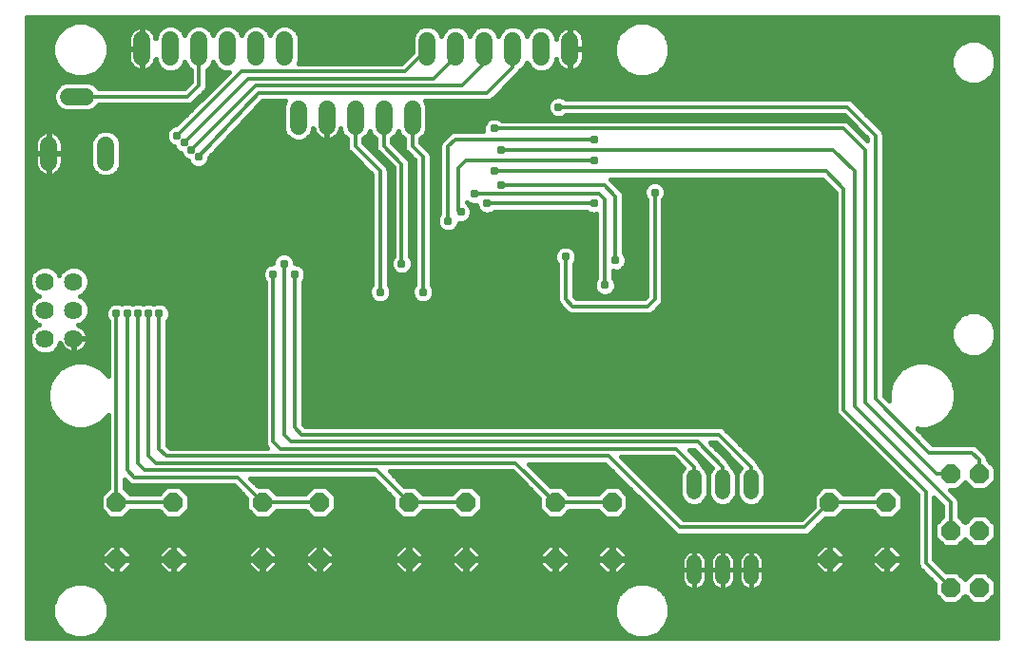
<source format=gbl>
G75*
%MOIN*%
%OFA0B0*%
%FSLAX24Y24*%
%IPPOS*%
%LPD*%
%AMOC8*
5,1,8,0,0,1.08239X$1,22.5*
%
%ADD10OC8,0.0660*%
%ADD11C,0.0594*%
%ADD12C,0.0640*%
%ADD13C,0.0520*%
%ADD14C,0.0600*%
%ADD15C,0.0160*%
%ADD16C,0.0310*%
%ADD17C,0.0120*%
D10*
X003805Y003430D03*
X005805Y003430D03*
X005805Y005430D03*
X003805Y005430D03*
X008930Y005430D03*
X010930Y005430D03*
X014055Y005430D03*
X016055Y005430D03*
X019180Y005430D03*
X021180Y005430D03*
X021180Y003430D03*
X019180Y003430D03*
X016055Y003430D03*
X014055Y003430D03*
X010930Y003430D03*
X008930Y003430D03*
X028805Y003430D03*
X030805Y003430D03*
X033055Y002430D03*
X034055Y002430D03*
X034055Y004430D03*
X033055Y004430D03*
X030805Y005430D03*
X028805Y005430D03*
X033055Y006430D03*
X034055Y006430D03*
D11*
X014180Y018633D02*
X014180Y019227D01*
X013180Y019227D02*
X013180Y018633D01*
X012180Y018633D02*
X012180Y019227D01*
X011180Y019227D02*
X011180Y018633D01*
X010180Y018633D02*
X010180Y019227D01*
X009704Y021060D02*
X009704Y021654D01*
X008704Y021654D02*
X008704Y021060D01*
X007704Y021060D02*
X007704Y021654D01*
X006704Y021654D02*
X006704Y021060D01*
X005704Y021060D02*
X005704Y021654D01*
X004704Y021654D02*
X004704Y021060D01*
X014704Y021049D02*
X014704Y021642D01*
X015704Y021642D02*
X015704Y021049D01*
X016704Y021049D02*
X016704Y021642D01*
X017704Y021642D02*
X017704Y021049D01*
X018704Y021049D02*
X018704Y021642D01*
X019704Y021642D02*
X019704Y021049D01*
D12*
X002305Y013180D03*
X001305Y013180D03*
X001305Y012180D03*
X002305Y012180D03*
X002305Y011180D03*
X001305Y011180D03*
D13*
X024055Y006315D02*
X024055Y005795D01*
X025055Y005795D02*
X025055Y006315D01*
X026055Y006315D02*
X026055Y005795D01*
X026055Y003315D02*
X026055Y002795D01*
X025055Y002795D02*
X025055Y003315D01*
X024055Y003315D02*
X024055Y002795D01*
D14*
X003430Y017380D02*
X003430Y017980D01*
X001430Y017980D02*
X001430Y017380D01*
X002130Y019680D02*
X002730Y019680D01*
D15*
X000660Y022450D02*
X000660Y000660D01*
X034700Y000660D01*
X034700Y022450D01*
X000660Y022450D01*
X000660Y022370D02*
X034700Y022370D01*
X034700Y022212D02*
X022619Y022212D01*
X022778Y022146D02*
X022421Y022294D01*
X022034Y022294D01*
X021677Y022146D01*
X021403Y021872D01*
X021255Y021515D01*
X021255Y021128D01*
X021403Y020771D01*
X021677Y020498D01*
X022034Y020350D01*
X022421Y020350D01*
X022778Y020498D01*
X023051Y020771D01*
X023199Y021128D01*
X023199Y021515D01*
X023051Y021872D01*
X022778Y022146D01*
X022871Y022053D02*
X034700Y022053D01*
X034700Y021895D02*
X023029Y021895D01*
X023108Y021736D02*
X034700Y021736D01*
X034700Y021578D02*
X034223Y021578D01*
X034298Y021546D02*
X034009Y021666D01*
X033697Y021666D01*
X033408Y021546D01*
X033188Y021326D01*
X033068Y021037D01*
X033068Y020725D01*
X033188Y020436D01*
X033408Y020215D01*
X033697Y020096D01*
X034009Y020096D01*
X034298Y020215D01*
X034519Y020436D01*
X034638Y020725D01*
X034638Y021037D01*
X034519Y021326D01*
X034298Y021546D01*
X034425Y021419D02*
X034700Y021419D01*
X034700Y021261D02*
X034546Y021261D01*
X034611Y021102D02*
X034700Y021102D01*
X034700Y020944D02*
X034638Y020944D01*
X034638Y020785D02*
X034700Y020785D01*
X034700Y020627D02*
X034598Y020627D01*
X034532Y020468D02*
X034700Y020468D01*
X034700Y020310D02*
X034392Y020310D01*
X034143Y020151D02*
X034700Y020151D01*
X034700Y019993D02*
X017403Y019993D01*
X017561Y020151D02*
X033563Y020151D01*
X033314Y020310D02*
X017720Y020310D01*
X017868Y020458D02*
X017949Y020539D01*
X017970Y020589D01*
X018002Y020602D01*
X018150Y020750D01*
X018204Y020879D01*
X018257Y020750D01*
X018405Y020602D01*
X018599Y020522D01*
X018808Y020522D01*
X019002Y020602D01*
X019150Y020750D01*
X019230Y020944D01*
X019230Y020988D01*
X019239Y020937D01*
X019262Y020865D01*
X019296Y020799D01*
X019340Y020738D01*
X019393Y020685D01*
X019454Y020641D01*
X019521Y020607D01*
X019592Y020583D01*
X019666Y020572D01*
X019685Y020572D01*
X019685Y021327D01*
X019722Y021327D01*
X019722Y021364D01*
X019685Y021364D01*
X019685Y022119D01*
X019666Y022119D01*
X019592Y022107D01*
X019521Y022084D01*
X019454Y022050D01*
X019393Y022006D01*
X019340Y021953D01*
X019296Y021892D01*
X019262Y021825D01*
X019239Y021754D01*
X019230Y021703D01*
X019230Y021747D01*
X019150Y021941D01*
X019002Y022089D01*
X018808Y022169D01*
X018599Y022169D01*
X018405Y022089D01*
X018257Y021941D01*
X018204Y021812D01*
X018150Y021941D01*
X018002Y022089D01*
X017808Y022169D01*
X017599Y022169D01*
X017405Y022089D01*
X017257Y021941D01*
X017204Y021812D01*
X017150Y021941D01*
X017002Y022089D01*
X016808Y022169D01*
X016599Y022169D01*
X016405Y022089D01*
X016257Y021941D01*
X016204Y021812D01*
X016150Y021941D01*
X016002Y022089D01*
X015808Y022169D01*
X015599Y022169D01*
X015405Y022089D01*
X015257Y021941D01*
X015204Y021812D01*
X015150Y021941D01*
X015002Y022089D01*
X014808Y022169D01*
X014599Y022169D01*
X014405Y022089D01*
X014257Y021941D01*
X014177Y021747D01*
X014177Y021229D01*
X013793Y020845D01*
X010185Y020845D01*
X010230Y020956D01*
X010230Y021759D01*
X010150Y021952D01*
X010002Y022101D01*
X009808Y022181D01*
X009599Y022181D01*
X009405Y022101D01*
X009257Y021952D01*
X009204Y021824D01*
X009150Y021952D01*
X009002Y022101D01*
X008808Y022181D01*
X008599Y022181D01*
X008405Y022101D01*
X008257Y021952D01*
X008204Y021824D01*
X008150Y021952D01*
X008002Y022101D01*
X007808Y022181D01*
X007599Y022181D01*
X007405Y022101D01*
X007257Y021952D01*
X007204Y021824D01*
X007150Y021952D01*
X007002Y022101D01*
X006808Y022181D01*
X006599Y022181D01*
X006405Y022101D01*
X006257Y021952D01*
X006204Y021824D01*
X006150Y021952D01*
X006002Y022101D01*
X005808Y022181D01*
X005599Y022181D01*
X005405Y022101D01*
X005257Y021952D01*
X005177Y021759D01*
X005177Y021715D01*
X005169Y021766D01*
X005146Y021837D01*
X005111Y021904D01*
X005067Y021965D01*
X005014Y022018D01*
X004954Y022062D01*
X004887Y022096D01*
X004815Y022119D01*
X004741Y022131D01*
X004722Y022131D01*
X004722Y021376D01*
X004685Y021376D01*
X004685Y022131D01*
X004666Y022131D01*
X004592Y022119D01*
X004521Y022096D01*
X004454Y022062D01*
X004393Y022018D01*
X004340Y021965D01*
X004296Y021904D01*
X004262Y021837D01*
X004239Y021766D01*
X004227Y021692D01*
X004227Y021376D01*
X004685Y021376D01*
X004685Y021339D01*
X004227Y021339D01*
X004227Y021023D01*
X004239Y020949D01*
X004262Y020877D01*
X004296Y020810D01*
X004340Y020750D01*
X004393Y020697D01*
X004454Y020652D01*
X004521Y020618D01*
X004592Y020595D01*
X004666Y020583D01*
X004685Y020583D01*
X004685Y021339D01*
X004722Y021339D01*
X004722Y020583D01*
X004741Y020583D01*
X004815Y020595D01*
X004887Y020618D01*
X004954Y020652D01*
X005014Y020697D01*
X005067Y020750D01*
X005111Y020810D01*
X005146Y020877D01*
X005169Y020949D01*
X005177Y020999D01*
X005177Y020956D01*
X005257Y020762D01*
X005405Y020614D01*
X005599Y020533D01*
X005808Y020533D01*
X006002Y020614D01*
X006150Y020762D01*
X006204Y020891D01*
X006257Y020762D01*
X006405Y020614D01*
X006414Y020610D01*
X006414Y020199D01*
X006185Y019970D01*
X003184Y019970D01*
X003179Y019980D01*
X003030Y020129D01*
X002835Y020210D01*
X002025Y020210D01*
X001830Y020129D01*
X001681Y019980D01*
X001600Y019785D01*
X001600Y019575D01*
X001681Y019380D01*
X001830Y019231D01*
X002025Y019150D01*
X002835Y019150D01*
X003030Y019231D01*
X003179Y019380D01*
X003184Y019390D01*
X006363Y019390D01*
X006469Y019434D01*
X006551Y019516D01*
X006949Y019914D01*
X006994Y020021D01*
X006994Y020610D01*
X007002Y020614D01*
X007150Y020762D01*
X007204Y020891D01*
X007257Y020762D01*
X007405Y020614D01*
X007599Y020533D01*
X007748Y020533D01*
X005905Y018690D01*
X005853Y018690D01*
X005712Y018631D01*
X005604Y018523D01*
X005545Y018382D01*
X005545Y018228D01*
X005604Y018087D01*
X005712Y017979D01*
X005812Y017937D01*
X005854Y017837D01*
X005962Y017729D01*
X006062Y017687D01*
X006104Y017587D01*
X006212Y017479D01*
X006312Y017437D01*
X006354Y017337D01*
X006462Y017229D01*
X006603Y017170D01*
X006757Y017170D01*
X006898Y017229D01*
X007006Y017337D01*
X007065Y017478D01*
X007065Y017540D01*
X008930Y019515D01*
X009729Y019515D01*
X009653Y019332D01*
X009653Y018528D01*
X009733Y018335D01*
X009882Y018187D01*
X010075Y018106D01*
X010285Y018106D01*
X010478Y018187D01*
X010627Y018335D01*
X010707Y018528D01*
X010707Y018572D01*
X010715Y018521D01*
X010738Y018450D01*
X010772Y018383D01*
X010816Y018323D01*
X010869Y018269D01*
X010930Y018225D01*
X010997Y018191D01*
X011068Y018168D01*
X011142Y018156D01*
X011162Y018156D01*
X011162Y018912D01*
X011198Y018912D01*
X011198Y018156D01*
X011218Y018156D01*
X011292Y018168D01*
X011363Y018191D01*
X011430Y018225D01*
X011491Y018269D01*
X011544Y018323D01*
X011588Y018383D01*
X011622Y018450D01*
X011645Y018521D01*
X011653Y018572D01*
X011653Y018528D01*
X011733Y018335D01*
X011882Y018187D01*
X011890Y018183D01*
X011890Y017872D01*
X011934Y017766D01*
X012016Y017684D01*
X012765Y016935D01*
X012765Y013059D01*
X012729Y013023D01*
X012670Y012882D01*
X012670Y012728D01*
X012729Y012587D01*
X012837Y012479D01*
X012978Y012420D01*
X013132Y012420D01*
X013273Y012479D01*
X013381Y012587D01*
X013440Y012728D01*
X013440Y012882D01*
X013381Y013023D01*
X013345Y013059D01*
X013345Y017113D01*
X013301Y017219D01*
X012470Y018050D01*
X012470Y018183D01*
X012478Y018187D01*
X012627Y018335D01*
X012680Y018464D01*
X012733Y018335D01*
X012882Y018187D01*
X012890Y018183D01*
X012890Y017872D01*
X012934Y017766D01*
X013016Y017684D01*
X013515Y017185D01*
X013515Y014059D01*
X013479Y014023D01*
X013420Y013882D01*
X013420Y013728D01*
X013479Y013587D01*
X013587Y013479D01*
X013728Y013420D01*
X013882Y013420D01*
X014023Y013479D01*
X014131Y013587D01*
X014190Y013728D01*
X014190Y013882D01*
X014131Y014023D01*
X014095Y014059D01*
X014095Y017363D01*
X014051Y017469D01*
X013470Y018050D01*
X013470Y018183D01*
X013478Y018187D01*
X013627Y018335D01*
X013680Y018464D01*
X013733Y018335D01*
X013882Y018187D01*
X013890Y018183D01*
X013890Y017872D01*
X013934Y017766D01*
X014016Y017684D01*
X014265Y017435D01*
X014265Y013059D01*
X014229Y013023D01*
X014170Y012882D01*
X014170Y012728D01*
X014229Y012587D01*
X014337Y012479D01*
X014478Y012420D01*
X014632Y012420D01*
X014773Y012479D01*
X014881Y012587D01*
X014940Y012728D01*
X014940Y012882D01*
X014881Y013023D01*
X014845Y013059D01*
X014845Y017613D01*
X014801Y017719D01*
X014470Y018050D01*
X014470Y018183D01*
X014478Y018187D01*
X014627Y018335D01*
X014707Y018528D01*
X014707Y019332D01*
X014631Y019515D01*
X016863Y019515D01*
X016969Y019559D01*
X017051Y019641D01*
X017868Y020458D01*
X017868Y020458D01*
X017878Y020468D02*
X021748Y020468D01*
X021548Y020627D02*
X019926Y020627D01*
X019954Y020641D02*
X020014Y020685D01*
X020067Y020738D01*
X020111Y020799D01*
X020146Y020865D01*
X020169Y020937D01*
X020180Y021011D01*
X020180Y021327D01*
X019722Y021327D01*
X019722Y020572D01*
X019741Y020572D01*
X019815Y020583D01*
X019887Y020607D01*
X019954Y020641D01*
X020102Y020785D02*
X021397Y020785D01*
X021332Y020944D02*
X020170Y020944D01*
X020180Y021102D02*
X021266Y021102D01*
X021255Y021261D02*
X020180Y021261D01*
X020180Y021364D02*
X019722Y021364D01*
X019722Y022119D01*
X019741Y022119D01*
X019815Y022107D01*
X019887Y022084D01*
X019954Y022050D01*
X020014Y022006D01*
X020067Y021953D01*
X020111Y021892D01*
X020146Y021825D01*
X020169Y021754D01*
X020180Y021680D01*
X020180Y021364D01*
X020180Y021419D02*
X021255Y021419D01*
X021281Y021578D02*
X020180Y021578D01*
X020172Y021736D02*
X021347Y021736D01*
X021425Y021895D02*
X020110Y021895D01*
X019948Y022053D02*
X021584Y022053D01*
X021835Y022212D02*
X002934Y022212D01*
X003093Y022146D02*
X002736Y022294D01*
X002349Y022294D01*
X001992Y022146D01*
X001718Y021872D01*
X001570Y021515D01*
X001570Y021128D01*
X001718Y020771D01*
X001992Y020498D01*
X002349Y020350D01*
X002736Y020350D01*
X003093Y020498D01*
X003366Y020771D01*
X003514Y021128D01*
X003514Y021515D01*
X003366Y021872D01*
X003093Y022146D01*
X003186Y022053D02*
X004442Y022053D01*
X004291Y021895D02*
X003344Y021895D01*
X003423Y021736D02*
X004234Y021736D01*
X004227Y021578D02*
X003488Y021578D01*
X003514Y021419D02*
X004227Y021419D01*
X004227Y021261D02*
X003514Y021261D01*
X003503Y021102D02*
X004227Y021102D01*
X004240Y020944D02*
X003438Y020944D01*
X003372Y020785D02*
X004314Y020785D01*
X004505Y020627D02*
X003222Y020627D01*
X003021Y020468D02*
X006414Y020468D01*
X006414Y020310D02*
X000660Y020310D01*
X000660Y020468D02*
X002063Y020468D01*
X001863Y020627D02*
X000660Y020627D01*
X000660Y020785D02*
X001712Y020785D01*
X001647Y020944D02*
X000660Y020944D01*
X000660Y021102D02*
X001581Y021102D01*
X001570Y021261D02*
X000660Y021261D01*
X000660Y021419D02*
X001570Y021419D01*
X001596Y021578D02*
X000660Y021578D01*
X000660Y021736D02*
X001662Y021736D01*
X001740Y021895D02*
X000660Y021895D01*
X000660Y022053D02*
X001899Y022053D01*
X002150Y022212D02*
X000660Y022212D01*
X000660Y020151D02*
X001882Y020151D01*
X001693Y019993D02*
X000660Y019993D01*
X000660Y019834D02*
X001620Y019834D01*
X001600Y019676D02*
X000660Y019676D01*
X000660Y019517D02*
X001624Y019517D01*
X001702Y019359D02*
X000660Y019359D01*
X000660Y019200D02*
X001904Y019200D01*
X002956Y019200D02*
X006415Y019200D01*
X006573Y019359D02*
X003158Y019359D01*
X003167Y019993D02*
X006207Y019993D01*
X006366Y020151D02*
X002978Y020151D01*
X004685Y020627D02*
X004722Y020627D01*
X004722Y020785D02*
X004685Y020785D01*
X004685Y020944D02*
X004722Y020944D01*
X004722Y021102D02*
X004685Y021102D01*
X004685Y021261D02*
X004722Y021261D01*
X004722Y021419D02*
X004685Y021419D01*
X004685Y021578D02*
X004722Y021578D01*
X004722Y021736D02*
X004685Y021736D01*
X004685Y021895D02*
X004722Y021895D01*
X004722Y022053D02*
X004685Y022053D01*
X004966Y022053D02*
X005358Y022053D01*
X005233Y021895D02*
X005116Y021895D01*
X005173Y021736D02*
X005177Y021736D01*
X006050Y022053D02*
X006358Y022053D01*
X006233Y021895D02*
X006174Y021895D01*
X007050Y022053D02*
X007358Y022053D01*
X007233Y021895D02*
X007174Y021895D01*
X008050Y022053D02*
X008358Y022053D01*
X008233Y021895D02*
X008174Y021895D01*
X009050Y022053D02*
X009358Y022053D01*
X009233Y021895D02*
X009174Y021895D01*
X010050Y022053D02*
X014369Y022053D01*
X014238Y021895D02*
X010174Y021895D01*
X010230Y021736D02*
X014177Y021736D01*
X014177Y021578D02*
X010230Y021578D01*
X010230Y021419D02*
X014177Y021419D01*
X014177Y021261D02*
X010230Y021261D01*
X010230Y021102D02*
X014050Y021102D01*
X013892Y020944D02*
X010226Y020944D01*
X009664Y019359D02*
X008782Y019359D01*
X008633Y019200D02*
X009653Y019200D01*
X009653Y019042D02*
X008483Y019042D01*
X008333Y018883D02*
X009653Y018883D01*
X009653Y018725D02*
X008183Y018725D01*
X008034Y018566D02*
X009653Y018566D01*
X009703Y018408D02*
X007884Y018408D01*
X007734Y018249D02*
X009819Y018249D01*
X010541Y018249D02*
X010897Y018249D01*
X010760Y018408D02*
X010657Y018408D01*
X010707Y018566D02*
X010708Y018566D01*
X011162Y018566D02*
X011198Y018566D01*
X011198Y018408D02*
X011162Y018408D01*
X011162Y018249D02*
X011198Y018249D01*
X011463Y018249D02*
X011819Y018249D01*
X011890Y018091D02*
X007585Y018091D01*
X007435Y017932D02*
X011890Y017932D01*
X011931Y017774D02*
X007285Y017774D01*
X007136Y017615D02*
X012085Y017615D01*
X012243Y017457D02*
X007056Y017457D01*
X006967Y017298D02*
X012402Y017298D01*
X012560Y017140D02*
X003904Y017140D01*
X003879Y017080D02*
X003960Y017275D01*
X003960Y018085D01*
X003879Y018280D01*
X003730Y018429D01*
X003535Y018510D01*
X003325Y018510D01*
X003130Y018429D01*
X002981Y018280D01*
X002900Y018085D01*
X002900Y017275D01*
X002981Y017080D01*
X003130Y016931D01*
X003325Y016850D01*
X003535Y016850D01*
X003730Y016931D01*
X003879Y017080D01*
X003781Y016981D02*
X012719Y016981D01*
X012765Y016823D02*
X000660Y016823D01*
X000660Y016981D02*
X001163Y016981D01*
X001178Y016969D02*
X001117Y017014D01*
X001064Y017067D01*
X001019Y017128D01*
X000985Y017196D01*
X000962Y017268D01*
X000950Y017342D01*
X000950Y017660D01*
X001410Y017660D01*
X001450Y017660D01*
X001450Y017700D01*
X001910Y017700D01*
X001910Y018018D01*
X001898Y018092D01*
X001875Y018164D01*
X001841Y018232D01*
X001796Y018293D01*
X001743Y018346D01*
X001682Y018391D01*
X001614Y018425D01*
X001542Y018448D01*
X001468Y018460D01*
X001450Y018460D01*
X001450Y017700D01*
X001410Y017700D01*
X001410Y018460D01*
X001392Y018460D01*
X001318Y018448D01*
X001246Y018425D01*
X001178Y018391D01*
X001117Y018346D01*
X001064Y018293D01*
X001019Y018232D01*
X000985Y018164D01*
X000962Y018092D01*
X000950Y018018D01*
X000950Y017700D01*
X001410Y017700D01*
X001410Y017660D01*
X001410Y016900D01*
X001392Y016900D01*
X001318Y016912D01*
X001246Y016935D01*
X001178Y016969D01*
X001410Y016981D02*
X001450Y016981D01*
X001450Y016900D02*
X001468Y016900D01*
X001542Y016912D01*
X001614Y016935D01*
X001682Y016969D01*
X001743Y017014D01*
X001796Y017067D01*
X001841Y017128D01*
X001875Y017196D01*
X001898Y017268D01*
X001910Y017342D01*
X001910Y017660D01*
X001450Y017660D01*
X001450Y016900D01*
X001450Y017140D02*
X001410Y017140D01*
X001410Y017298D02*
X001450Y017298D01*
X001450Y017457D02*
X001410Y017457D01*
X001410Y017615D02*
X001450Y017615D01*
X001450Y017774D02*
X001410Y017774D01*
X001410Y017932D02*
X001450Y017932D01*
X001450Y018091D02*
X001410Y018091D01*
X001410Y018249D02*
X001450Y018249D01*
X001450Y018408D02*
X001410Y018408D01*
X001212Y018408D02*
X000660Y018408D01*
X000660Y018566D02*
X005647Y018566D01*
X005556Y018408D02*
X003752Y018408D01*
X003892Y018249D02*
X005545Y018249D01*
X005602Y018091D02*
X003958Y018091D01*
X003960Y017932D02*
X005814Y017932D01*
X005917Y017774D02*
X003960Y017774D01*
X003960Y017615D02*
X006092Y017615D01*
X006265Y017457D02*
X003960Y017457D01*
X003960Y017298D02*
X006393Y017298D01*
X005939Y018725D02*
X000660Y018725D01*
X000660Y018883D02*
X006098Y018883D01*
X006256Y019042D02*
X000660Y019042D01*
X001648Y018408D02*
X003108Y018408D01*
X002968Y018249D02*
X001828Y018249D01*
X001898Y018091D02*
X002902Y018091D01*
X002900Y017932D02*
X001910Y017932D01*
X001910Y017774D02*
X002900Y017774D01*
X002900Y017615D02*
X001910Y017615D01*
X001910Y017457D02*
X002900Y017457D01*
X002900Y017298D02*
X001903Y017298D01*
X001846Y017140D02*
X002956Y017140D01*
X003079Y016981D02*
X001697Y016981D01*
X001014Y017140D02*
X000660Y017140D01*
X000660Y017298D02*
X000957Y017298D01*
X000950Y017457D02*
X000660Y017457D01*
X000660Y017615D02*
X000950Y017615D01*
X000950Y017774D02*
X000660Y017774D01*
X000660Y017932D02*
X000950Y017932D01*
X000962Y018091D02*
X000660Y018091D01*
X000660Y018249D02*
X001032Y018249D01*
X000660Y016664D02*
X012765Y016664D01*
X012765Y016506D02*
X000660Y016506D01*
X000660Y016347D02*
X012765Y016347D01*
X012765Y016189D02*
X000660Y016189D01*
X000660Y016030D02*
X012765Y016030D01*
X012765Y015872D02*
X000660Y015872D01*
X000660Y015713D02*
X012765Y015713D01*
X012765Y015555D02*
X000660Y015555D01*
X000660Y015396D02*
X012765Y015396D01*
X012765Y015238D02*
X000660Y015238D01*
X000660Y015079D02*
X012765Y015079D01*
X012765Y014921D02*
X000660Y014921D01*
X000660Y014762D02*
X012765Y014762D01*
X012765Y014604D02*
X000660Y014604D01*
X000660Y014445D02*
X012765Y014445D01*
X012765Y014287D02*
X000660Y014287D01*
X000660Y014128D02*
X009459Y014128D01*
X009462Y014131D02*
X009354Y014023D01*
X009295Y013882D01*
X009295Y013815D01*
X009228Y013815D01*
X009087Y013756D01*
X008979Y013648D01*
X008920Y013507D01*
X008920Y013353D01*
X008979Y013212D01*
X009015Y013176D01*
X009015Y007497D01*
X009059Y007391D01*
X009105Y007345D01*
X005675Y007345D01*
X005595Y007425D01*
X005595Y011801D01*
X005631Y011837D01*
X005690Y011978D01*
X005690Y012132D01*
X005631Y012273D01*
X005523Y012381D01*
X005382Y012440D01*
X005228Y012440D01*
X005117Y012394D01*
X005007Y012440D01*
X004853Y012440D01*
X004742Y012394D01*
X004632Y012440D01*
X004478Y012440D01*
X004368Y012394D01*
X004257Y012440D01*
X004103Y012440D01*
X003992Y012394D01*
X003882Y012440D01*
X003728Y012440D01*
X003587Y012381D01*
X003479Y012273D01*
X003420Y012132D01*
X003420Y011978D01*
X003479Y011837D01*
X003515Y011801D01*
X003515Y009855D01*
X003490Y009898D01*
X003273Y010115D01*
X003006Y010269D01*
X002709Y010349D01*
X002401Y010349D01*
X002104Y010269D01*
X001837Y010115D01*
X001620Y009898D01*
X001466Y009631D01*
X001386Y009334D01*
X001386Y009026D01*
X001466Y008729D01*
X001620Y008462D01*
X001837Y008245D01*
X002104Y008091D01*
X002401Y008011D01*
X002709Y008011D01*
X003006Y008091D01*
X003273Y008245D01*
X003490Y008462D01*
X003515Y008505D01*
X003515Y005932D01*
X003245Y005662D01*
X003245Y005198D01*
X003573Y004870D01*
X004037Y004870D01*
X004307Y005140D01*
X005303Y005140D01*
X005573Y004870D01*
X006037Y004870D01*
X006365Y005198D01*
X006365Y005662D01*
X006037Y005990D01*
X005573Y005990D01*
X005303Y005720D01*
X004307Y005720D01*
X004095Y005932D01*
X004095Y006230D01*
X004184Y006141D01*
X004184Y006141D01*
X004266Y006059D01*
X004372Y006015D01*
X007935Y006015D01*
X008370Y005580D01*
X008370Y005198D01*
X008698Y004870D01*
X009162Y004870D01*
X009432Y005140D01*
X010428Y005140D01*
X010698Y004870D01*
X011162Y004870D01*
X011490Y005198D01*
X011490Y005662D01*
X011162Y005990D01*
X010698Y005990D01*
X010428Y005720D01*
X009432Y005720D01*
X009162Y005990D01*
X008780Y005990D01*
X008505Y006265D01*
X012810Y006265D01*
X013495Y005580D01*
X013495Y005198D01*
X013823Y004870D01*
X014287Y004870D01*
X014557Y005140D01*
X015553Y005140D01*
X015823Y004870D01*
X016287Y004870D01*
X016615Y005198D01*
X016615Y005662D01*
X016287Y005990D01*
X015823Y005990D01*
X015553Y005720D01*
X014557Y005720D01*
X014287Y005990D01*
X013905Y005990D01*
X013380Y006515D01*
X017685Y006515D01*
X018620Y005580D01*
X018620Y005198D01*
X018948Y004870D01*
X019412Y004870D01*
X019682Y005140D01*
X020678Y005140D01*
X020948Y004870D01*
X021412Y004870D01*
X021740Y005198D01*
X021740Y005662D01*
X021412Y005990D01*
X020948Y005990D01*
X020678Y005720D01*
X019682Y005720D01*
X019412Y005990D01*
X019030Y005990D01*
X018255Y006765D01*
X020935Y006765D01*
X023309Y004391D01*
X023391Y004309D01*
X023497Y004265D01*
X027988Y004265D01*
X028094Y004309D01*
X028655Y004870D01*
X029037Y004870D01*
X029307Y005140D01*
X030303Y005140D01*
X030573Y004870D01*
X031037Y004870D01*
X031365Y005198D01*
X031365Y005662D01*
X031037Y005990D01*
X030573Y005990D01*
X030303Y005720D01*
X029307Y005720D01*
X029037Y005990D01*
X028573Y005990D01*
X028245Y005662D01*
X028245Y005280D01*
X027810Y004845D01*
X023675Y004845D01*
X021505Y007015D01*
X023310Y007015D01*
X023686Y006639D01*
X023640Y006593D01*
X023565Y006412D01*
X023565Y005698D01*
X023640Y005517D01*
X023777Y005380D01*
X023958Y005305D01*
X024152Y005305D01*
X024333Y005380D01*
X024470Y005517D01*
X024545Y005698D01*
X024545Y006412D01*
X024470Y006593D01*
X024345Y006718D01*
X024345Y006738D01*
X024301Y006844D01*
X024219Y006926D01*
X023880Y007265D01*
X024060Y007265D01*
X024686Y006639D01*
X024640Y006593D01*
X024565Y006412D01*
X024565Y005698D01*
X024640Y005517D01*
X024777Y005380D01*
X024958Y005305D01*
X025152Y005305D01*
X025333Y005380D01*
X025470Y005517D01*
X025545Y005698D01*
X025545Y006412D01*
X025470Y006593D01*
X025345Y006718D01*
X025345Y006738D01*
X025301Y006844D01*
X025219Y006926D01*
X024630Y007515D01*
X024810Y007515D01*
X025686Y006639D01*
X025640Y006593D01*
X025565Y006412D01*
X025565Y005698D01*
X025640Y005517D01*
X025777Y005380D01*
X025958Y005305D01*
X026152Y005305D01*
X026333Y005380D01*
X026470Y005517D01*
X026545Y005698D01*
X026545Y006412D01*
X026470Y006593D01*
X026345Y006718D01*
X026345Y006738D01*
X026301Y006844D01*
X026219Y006926D01*
X025094Y008051D01*
X024988Y008095D01*
X010425Y008095D01*
X010345Y008175D01*
X010345Y013176D01*
X010381Y013212D01*
X010440Y013353D01*
X010440Y013507D01*
X010381Y013648D01*
X010273Y013756D01*
X010132Y013815D01*
X010065Y013815D01*
X010065Y013882D01*
X010006Y014023D01*
X009898Y014131D01*
X009757Y014190D01*
X009603Y014190D01*
X009462Y014131D01*
X009331Y013970D02*
X000660Y013970D01*
X000660Y013811D02*
X009219Y013811D01*
X008983Y013653D02*
X002601Y013653D01*
X002617Y013646D02*
X002414Y013730D01*
X002196Y013730D01*
X001993Y013646D01*
X001839Y013492D01*
X001805Y013410D01*
X001771Y013492D01*
X001617Y013646D01*
X001414Y013730D01*
X001196Y013730D01*
X000993Y013646D01*
X000839Y013492D01*
X000755Y013289D01*
X000755Y013071D01*
X000839Y012868D01*
X000993Y012714D01*
X001075Y012680D01*
X000993Y012646D01*
X000839Y012492D01*
X000755Y012289D01*
X000755Y012071D01*
X000839Y011868D01*
X000993Y011714D01*
X001075Y011680D01*
X000993Y011646D01*
X000839Y011492D01*
X000755Y011289D01*
X000755Y011071D01*
X000839Y010868D01*
X000993Y010714D01*
X001196Y010630D01*
X001414Y010630D01*
X001617Y010714D01*
X001771Y010868D01*
X001832Y011016D01*
X001842Y010988D01*
X001877Y010918D01*
X001924Y010854D01*
X001979Y010799D01*
X002043Y010752D01*
X002113Y010717D01*
X002188Y010692D01*
X002266Y010680D01*
X002296Y010680D01*
X002296Y011171D01*
X002314Y011171D01*
X002314Y011189D01*
X002805Y011189D01*
X002805Y011219D01*
X002793Y011297D01*
X002768Y011372D01*
X002733Y011442D01*
X002686Y011506D01*
X002631Y011561D01*
X002567Y011608D01*
X002497Y011643D01*
X002469Y011653D01*
X002617Y011714D01*
X002771Y011868D01*
X002855Y012071D01*
X002855Y012289D01*
X002771Y012492D01*
X002617Y012646D01*
X002535Y012680D01*
X002617Y012714D01*
X002771Y012868D01*
X002855Y013071D01*
X002855Y013289D01*
X002771Y013492D01*
X002617Y013646D01*
X002769Y013494D02*
X008920Y013494D01*
X008927Y013336D02*
X002836Y013336D01*
X002855Y013177D02*
X009014Y013177D01*
X009015Y013019D02*
X002833Y013019D01*
X002763Y012860D02*
X009015Y012860D01*
X009015Y012702D02*
X002587Y012702D01*
X002720Y012543D02*
X009015Y012543D01*
X009015Y012385D02*
X005516Y012385D01*
X005651Y012226D02*
X009015Y012226D01*
X009015Y012068D02*
X005690Y012068D01*
X005661Y011909D02*
X009015Y011909D01*
X009015Y011751D02*
X005595Y011751D01*
X005595Y011592D02*
X009015Y011592D01*
X009015Y011434D02*
X005595Y011434D01*
X005595Y011275D02*
X009015Y011275D01*
X009015Y011117D02*
X005595Y011117D01*
X005595Y010958D02*
X009015Y010958D01*
X009015Y010800D02*
X005595Y010800D01*
X005595Y010641D02*
X009015Y010641D01*
X009015Y010483D02*
X005595Y010483D01*
X005595Y010324D02*
X009015Y010324D01*
X009015Y010166D02*
X005595Y010166D01*
X005595Y010007D02*
X009015Y010007D01*
X009015Y009849D02*
X005595Y009849D01*
X005595Y009690D02*
X009015Y009690D01*
X009015Y009532D02*
X005595Y009532D01*
X005595Y009373D02*
X009015Y009373D01*
X009015Y009215D02*
X005595Y009215D01*
X005595Y009056D02*
X009015Y009056D01*
X009015Y008898D02*
X005595Y008898D01*
X005595Y008739D02*
X009015Y008739D01*
X009015Y008581D02*
X005595Y008581D01*
X005595Y008422D02*
X009015Y008422D01*
X009015Y008264D02*
X005595Y008264D01*
X005595Y008105D02*
X009015Y008105D01*
X009015Y007947D02*
X005595Y007947D01*
X005595Y007788D02*
X009015Y007788D01*
X009015Y007630D02*
X005595Y007630D01*
X005595Y007471D02*
X009026Y007471D01*
X010415Y008105D02*
X029470Y008105D01*
X029628Y007947D02*
X025199Y007947D01*
X025357Y007788D02*
X029787Y007788D01*
X029945Y007630D02*
X025516Y007630D01*
X025674Y007471D02*
X030104Y007471D01*
X030262Y007313D02*
X025833Y007313D01*
X025991Y007154D02*
X030421Y007154D01*
X030579Y006996D02*
X026150Y006996D01*
X026304Y006837D02*
X030738Y006837D01*
X030896Y006679D02*
X026384Y006679D01*
X026500Y006520D02*
X031055Y006520D01*
X031213Y006362D02*
X026545Y006362D01*
X026545Y006203D02*
X031372Y006203D01*
X031530Y006045D02*
X026545Y006045D01*
X026545Y005886D02*
X028469Y005886D01*
X028311Y005728D02*
X026545Y005728D01*
X026492Y005569D02*
X028245Y005569D01*
X028245Y005411D02*
X026363Y005411D01*
X025747Y005411D02*
X025363Y005411D01*
X025492Y005569D02*
X025618Y005569D01*
X025565Y005728D02*
X025545Y005728D01*
X025545Y005886D02*
X025565Y005886D01*
X025565Y006045D02*
X025545Y006045D01*
X025545Y006203D02*
X025565Y006203D01*
X025565Y006362D02*
X025545Y006362D01*
X025500Y006520D02*
X025610Y006520D01*
X025646Y006679D02*
X025384Y006679D01*
X025304Y006837D02*
X025488Y006837D01*
X025329Y006996D02*
X025150Y006996D01*
X025171Y007154D02*
X024991Y007154D01*
X025012Y007313D02*
X024833Y007313D01*
X024854Y007471D02*
X024674Y007471D01*
X024329Y006996D02*
X024150Y006996D01*
X024171Y007154D02*
X023991Y007154D01*
X024304Y006837D02*
X024488Y006837D01*
X024384Y006679D02*
X024646Y006679D01*
X024610Y006520D02*
X024500Y006520D01*
X024545Y006362D02*
X024565Y006362D01*
X024565Y006203D02*
X024545Y006203D01*
X024545Y006045D02*
X024565Y006045D01*
X024565Y005886D02*
X024545Y005886D01*
X024545Y005728D02*
X024565Y005728D01*
X024618Y005569D02*
X024492Y005569D01*
X024363Y005411D02*
X024747Y005411D01*
X023747Y005411D02*
X023110Y005411D01*
X022951Y005569D02*
X023618Y005569D01*
X023565Y005728D02*
X022793Y005728D01*
X022634Y005886D02*
X023565Y005886D01*
X023565Y006045D02*
X022476Y006045D01*
X022317Y006203D02*
X023565Y006203D01*
X023565Y006362D02*
X022159Y006362D01*
X022000Y006520D02*
X023610Y006520D01*
X023646Y006679D02*
X021842Y006679D01*
X021683Y006837D02*
X023488Y006837D01*
X023329Y006996D02*
X021525Y006996D01*
X021180Y006520D02*
X018500Y006520D01*
X018342Y006679D02*
X021021Y006679D01*
X021338Y006362D02*
X018659Y006362D01*
X018817Y006203D02*
X021497Y006203D01*
X021655Y006045D02*
X018976Y006045D01*
X018314Y005886D02*
X016391Y005886D01*
X016549Y005728D02*
X018472Y005728D01*
X018620Y005569D02*
X016615Y005569D01*
X016615Y005411D02*
X018620Y005411D01*
X018620Y005252D02*
X016615Y005252D01*
X016510Y005094D02*
X018725Y005094D01*
X018883Y004935D02*
X016352Y004935D01*
X015758Y004935D02*
X014352Y004935D01*
X014510Y005094D02*
X015600Y005094D01*
X015561Y005728D02*
X014549Y005728D01*
X014391Y005886D02*
X015719Y005886D01*
X013851Y006045D02*
X018155Y006045D01*
X017997Y006203D02*
X013692Y006203D01*
X013534Y006362D02*
X017838Y006362D01*
X019516Y005886D02*
X020844Y005886D01*
X020686Y005728D02*
X019674Y005728D01*
X019635Y005094D02*
X020725Y005094D01*
X020883Y004935D02*
X019477Y004935D01*
X019391Y003940D02*
X019210Y003940D01*
X019210Y003460D01*
X019690Y003460D01*
X019690Y003641D01*
X019391Y003940D01*
X019506Y003826D02*
X020854Y003826D01*
X020969Y003940D02*
X020670Y003641D01*
X020670Y003460D01*
X021150Y003460D01*
X021150Y003940D01*
X020969Y003940D01*
X021150Y003826D02*
X021210Y003826D01*
X021210Y003940D02*
X021391Y003940D01*
X021690Y003641D01*
X021690Y003460D01*
X021210Y003460D01*
X021210Y003400D01*
X021690Y003400D01*
X021690Y003219D01*
X021391Y002920D01*
X021210Y002920D01*
X021210Y003400D01*
X021150Y003400D01*
X021150Y002920D01*
X020969Y002920D01*
X020670Y003219D01*
X020670Y003400D01*
X021150Y003400D01*
X021150Y003460D01*
X021210Y003460D01*
X021210Y003940D01*
X021506Y003826D02*
X028479Y003826D01*
X028594Y003940D02*
X028295Y003641D01*
X028295Y003460D01*
X028775Y003460D01*
X028775Y003940D01*
X028594Y003940D01*
X028775Y003826D02*
X028835Y003826D01*
X028835Y003940D02*
X029016Y003940D01*
X029315Y003641D01*
X029315Y003460D01*
X028835Y003460D01*
X028835Y003400D01*
X029315Y003400D01*
X029315Y003219D01*
X029016Y002920D01*
X028835Y002920D01*
X028835Y003400D01*
X028775Y003400D01*
X028775Y002920D01*
X028594Y002920D01*
X028295Y003219D01*
X028295Y003400D01*
X028775Y003400D01*
X028775Y003460D01*
X028835Y003460D01*
X028835Y003940D01*
X029131Y003826D02*
X030479Y003826D01*
X030594Y003940D02*
X030295Y003641D01*
X030295Y003460D01*
X030775Y003460D01*
X030775Y003940D01*
X030594Y003940D01*
X030775Y003826D02*
X030835Y003826D01*
X030835Y003940D02*
X031016Y003940D01*
X031315Y003641D01*
X031315Y003460D01*
X030835Y003460D01*
X030835Y003400D01*
X031315Y003400D01*
X031315Y003219D01*
X031016Y002920D01*
X030835Y002920D01*
X030835Y003400D01*
X030775Y003400D01*
X030775Y002920D01*
X030594Y002920D01*
X030295Y003219D01*
X030295Y003400D01*
X030775Y003400D01*
X030775Y003460D01*
X030835Y003460D01*
X030835Y003940D01*
X031131Y003826D02*
X031890Y003826D01*
X031890Y003984D02*
X000660Y003984D01*
X000660Y003826D02*
X003479Y003826D01*
X003594Y003940D02*
X003295Y003641D01*
X003295Y003460D01*
X003775Y003460D01*
X003775Y003940D01*
X003594Y003940D01*
X003775Y003826D02*
X003835Y003826D01*
X003835Y003940D02*
X004016Y003940D01*
X004315Y003641D01*
X004315Y003460D01*
X003835Y003460D01*
X003835Y003400D01*
X004315Y003400D01*
X004315Y003219D01*
X004016Y002920D01*
X003835Y002920D01*
X003835Y003400D01*
X003775Y003400D01*
X003775Y002920D01*
X003594Y002920D01*
X003295Y003219D01*
X003295Y003400D01*
X003775Y003400D01*
X003775Y003460D01*
X003835Y003460D01*
X003835Y003940D01*
X004131Y003826D02*
X005479Y003826D01*
X005594Y003940D02*
X005295Y003641D01*
X005295Y003460D01*
X005775Y003460D01*
X005775Y003940D01*
X005594Y003940D01*
X005775Y003826D02*
X005835Y003826D01*
X005835Y003940D02*
X006016Y003940D01*
X006315Y003641D01*
X006315Y003460D01*
X005835Y003460D01*
X005835Y003400D01*
X006315Y003400D01*
X006315Y003219D01*
X006016Y002920D01*
X005835Y002920D01*
X005835Y003400D01*
X005775Y003400D01*
X005775Y002920D01*
X005594Y002920D01*
X005295Y003219D01*
X005295Y003400D01*
X005775Y003400D01*
X005775Y003460D01*
X005835Y003460D01*
X005835Y003940D01*
X006131Y003826D02*
X008604Y003826D01*
X008719Y003940D02*
X008420Y003641D01*
X008420Y003460D01*
X008900Y003460D01*
X008900Y003940D01*
X008719Y003940D01*
X008900Y003826D02*
X008960Y003826D01*
X008960Y003940D02*
X009141Y003940D01*
X009440Y003641D01*
X009440Y003460D01*
X008960Y003460D01*
X008960Y003400D01*
X009440Y003400D01*
X009440Y003219D01*
X009141Y002920D01*
X008960Y002920D01*
X008960Y003400D01*
X008900Y003400D01*
X008900Y002920D01*
X008719Y002920D01*
X008420Y003219D01*
X008420Y003400D01*
X008900Y003400D01*
X008900Y003460D01*
X008960Y003460D01*
X008960Y003940D01*
X009256Y003826D02*
X010604Y003826D01*
X010719Y003940D02*
X010420Y003641D01*
X010420Y003460D01*
X010900Y003460D01*
X010900Y003940D01*
X010719Y003940D01*
X010900Y003826D02*
X010960Y003826D01*
X010960Y003940D02*
X011141Y003940D01*
X011440Y003641D01*
X011440Y003460D01*
X010960Y003460D01*
X010960Y003400D01*
X011440Y003400D01*
X011440Y003219D01*
X011141Y002920D01*
X010960Y002920D01*
X010960Y003400D01*
X010900Y003400D01*
X010900Y002920D01*
X010719Y002920D01*
X010420Y003219D01*
X010420Y003400D01*
X010900Y003400D01*
X010900Y003460D01*
X010960Y003460D01*
X010960Y003940D01*
X011256Y003826D02*
X013729Y003826D01*
X013844Y003940D02*
X013545Y003641D01*
X013545Y003460D01*
X014025Y003460D01*
X014025Y003940D01*
X013844Y003940D01*
X014025Y003826D02*
X014085Y003826D01*
X014085Y003940D02*
X014266Y003940D01*
X014565Y003641D01*
X014565Y003460D01*
X014085Y003460D01*
X014085Y003400D01*
X014565Y003400D01*
X014565Y003219D01*
X014266Y002920D01*
X014085Y002920D01*
X014085Y003400D01*
X014025Y003400D01*
X014025Y002920D01*
X013844Y002920D01*
X013545Y003219D01*
X013545Y003400D01*
X014025Y003400D01*
X014025Y003460D01*
X014085Y003460D01*
X014085Y003940D01*
X014381Y003826D02*
X015729Y003826D01*
X015844Y003940D02*
X015545Y003641D01*
X015545Y003460D01*
X016025Y003460D01*
X016025Y003940D01*
X015844Y003940D01*
X016025Y003826D02*
X016085Y003826D01*
X016085Y003940D02*
X016266Y003940D01*
X016565Y003641D01*
X016565Y003460D01*
X016085Y003460D01*
X016085Y003400D01*
X016565Y003400D01*
X016565Y003219D01*
X016266Y002920D01*
X016085Y002920D01*
X016085Y003400D01*
X016025Y003400D01*
X016025Y002920D01*
X015844Y002920D01*
X015545Y003219D01*
X015545Y003400D01*
X016025Y003400D01*
X016025Y003460D01*
X016085Y003460D01*
X016085Y003940D01*
X016381Y003826D02*
X018854Y003826D01*
X018969Y003940D02*
X018670Y003641D01*
X018670Y003460D01*
X019150Y003460D01*
X019150Y003940D01*
X018969Y003940D01*
X019150Y003826D02*
X019210Y003826D01*
X019210Y003667D02*
X019150Y003667D01*
X019150Y003509D02*
X019210Y003509D01*
X019210Y003460D02*
X019150Y003460D01*
X019150Y003400D01*
X019210Y003400D01*
X019210Y003460D01*
X019210Y003400D02*
X019690Y003400D01*
X019690Y003219D01*
X019391Y002920D01*
X019210Y002920D01*
X019210Y003400D01*
X019210Y003350D02*
X019150Y003350D01*
X019150Y003400D02*
X019150Y002920D01*
X018969Y002920D01*
X018670Y003219D01*
X018670Y003400D01*
X019150Y003400D01*
X019150Y003192D02*
X019210Y003192D01*
X019210Y003033D02*
X019150Y003033D01*
X018856Y003033D02*
X016379Y003033D01*
X016538Y003192D02*
X018697Y003192D01*
X018670Y003350D02*
X016565Y003350D01*
X016565Y003509D02*
X018670Y003509D01*
X018696Y003667D02*
X016539Y003667D01*
X016085Y003667D02*
X016025Y003667D01*
X016025Y003509D02*
X016085Y003509D01*
X016085Y003350D02*
X016025Y003350D01*
X016025Y003192D02*
X016085Y003192D01*
X016085Y003033D02*
X016025Y003033D01*
X015731Y003033D02*
X014379Y003033D01*
X014538Y003192D02*
X015572Y003192D01*
X015545Y003350D02*
X014565Y003350D01*
X014565Y003509D02*
X015545Y003509D01*
X015571Y003667D02*
X014539Y003667D01*
X014085Y003667D02*
X014025Y003667D01*
X014025Y003509D02*
X014085Y003509D01*
X014085Y003350D02*
X014025Y003350D01*
X014025Y003192D02*
X014085Y003192D01*
X014085Y003033D02*
X014025Y003033D01*
X013731Y003033D02*
X011254Y003033D01*
X011413Y003192D02*
X013572Y003192D01*
X013545Y003350D02*
X011440Y003350D01*
X011440Y003509D02*
X013545Y003509D01*
X013571Y003667D02*
X011414Y003667D01*
X010960Y003667D02*
X010900Y003667D01*
X010900Y003509D02*
X010960Y003509D01*
X010960Y003350D02*
X010900Y003350D01*
X010900Y003192D02*
X010960Y003192D01*
X010960Y003033D02*
X010900Y003033D01*
X010606Y003033D02*
X009254Y003033D01*
X009413Y003192D02*
X010447Y003192D01*
X010420Y003350D02*
X009440Y003350D01*
X009440Y003509D02*
X010420Y003509D01*
X010446Y003667D02*
X009414Y003667D01*
X008960Y003667D02*
X008900Y003667D01*
X008900Y003509D02*
X008960Y003509D01*
X008960Y003350D02*
X008900Y003350D01*
X008900Y003192D02*
X008960Y003192D01*
X008960Y003033D02*
X008900Y003033D01*
X008606Y003033D02*
X006129Y003033D01*
X006288Y003192D02*
X008447Y003192D01*
X008420Y003350D02*
X006315Y003350D01*
X006315Y003509D02*
X008420Y003509D01*
X008446Y003667D02*
X006289Y003667D01*
X005835Y003667D02*
X005775Y003667D01*
X005775Y003509D02*
X005835Y003509D01*
X005835Y003350D02*
X005775Y003350D01*
X005775Y003192D02*
X005835Y003192D01*
X005835Y003033D02*
X005775Y003033D01*
X005481Y003033D02*
X004129Y003033D01*
X004288Y003192D02*
X005322Y003192D01*
X005295Y003350D02*
X004315Y003350D01*
X004315Y003509D02*
X005295Y003509D01*
X005321Y003667D02*
X004289Y003667D01*
X003835Y003667D02*
X003775Y003667D01*
X003775Y003509D02*
X003835Y003509D01*
X003835Y003350D02*
X003775Y003350D01*
X003775Y003192D02*
X003835Y003192D01*
X003835Y003033D02*
X003775Y003033D01*
X003481Y003033D02*
X000660Y003033D01*
X000660Y002875D02*
X023615Y002875D01*
X023615Y002760D02*
X023626Y002692D01*
X023647Y002626D01*
X023679Y002564D01*
X023719Y002508D01*
X023768Y002459D01*
X023824Y002419D01*
X023886Y002387D01*
X023952Y002366D01*
X024020Y002355D01*
X024055Y002355D01*
X024090Y002355D01*
X024158Y002366D01*
X024224Y002387D01*
X024286Y002419D01*
X024342Y002459D01*
X024391Y002508D01*
X024431Y002564D01*
X024463Y002626D01*
X024484Y002692D01*
X024495Y002760D01*
X024495Y003055D01*
X024495Y003350D01*
X024615Y003350D01*
X024615Y003055D01*
X025055Y003055D01*
X025495Y003055D01*
X025495Y003350D01*
X025615Y003350D01*
X025615Y003055D01*
X026055Y003055D01*
X026495Y003055D01*
X026495Y003350D01*
X028295Y003350D01*
X028295Y003509D02*
X026450Y003509D01*
X026463Y003484D02*
X026431Y003546D01*
X026391Y003602D01*
X026342Y003651D01*
X026286Y003691D01*
X026224Y003723D01*
X026158Y003744D01*
X026090Y003755D01*
X026055Y003755D01*
X026055Y003055D01*
X026055Y003055D01*
X026055Y003055D01*
X026495Y003055D01*
X026495Y002760D01*
X026484Y002692D01*
X026463Y002626D01*
X026431Y002564D01*
X026391Y002508D01*
X026342Y002459D01*
X026286Y002419D01*
X026224Y002387D01*
X026158Y002366D01*
X026090Y002355D01*
X026055Y002355D01*
X026055Y003055D01*
X026055Y003055D01*
X026055Y003055D01*
X026055Y003755D01*
X026020Y003755D01*
X025952Y003744D01*
X025886Y003723D01*
X025824Y003691D01*
X025768Y003651D01*
X025719Y003602D01*
X025679Y003546D01*
X025647Y003484D01*
X025626Y003418D01*
X025615Y003350D01*
X025495Y003350D02*
X025484Y003418D01*
X025463Y003484D01*
X025431Y003546D01*
X025391Y003602D01*
X025342Y003651D01*
X025286Y003691D01*
X025224Y003723D01*
X025158Y003744D01*
X025090Y003755D01*
X025055Y003755D01*
X025055Y003055D01*
X025055Y003055D01*
X025055Y003055D01*
X025495Y003055D01*
X025495Y002760D01*
X025484Y002692D01*
X025463Y002626D01*
X025431Y002564D01*
X025391Y002508D01*
X025342Y002459D01*
X025286Y002419D01*
X025224Y002387D01*
X025158Y002366D01*
X025090Y002355D01*
X025055Y002355D01*
X025055Y003055D01*
X025055Y003055D01*
X025055Y003055D01*
X025055Y003755D01*
X025020Y003755D01*
X024952Y003744D01*
X024886Y003723D01*
X024824Y003691D01*
X024768Y003651D01*
X024719Y003602D01*
X024679Y003546D01*
X024647Y003484D01*
X024626Y003418D01*
X024615Y003350D01*
X024495Y003350D02*
X024484Y003418D01*
X024463Y003484D01*
X024431Y003546D01*
X024391Y003602D01*
X024342Y003651D01*
X024286Y003691D01*
X024224Y003723D01*
X024158Y003744D01*
X024090Y003755D01*
X024055Y003755D01*
X024055Y003055D01*
X024495Y003055D01*
X024055Y003055D01*
X024055Y003055D01*
X024055Y003055D01*
X024055Y002355D01*
X024055Y003055D01*
X024055Y003055D01*
X024055Y003055D01*
X023615Y003055D01*
X023615Y003350D01*
X021690Y003350D01*
X021690Y003509D02*
X023660Y003509D01*
X023647Y003484D02*
X023626Y003418D01*
X023615Y003350D01*
X023647Y003484D02*
X023679Y003546D01*
X023719Y003602D01*
X023768Y003651D01*
X023824Y003691D01*
X023886Y003723D01*
X023952Y003744D01*
X024020Y003755D01*
X024055Y003755D01*
X024055Y003055D01*
X023615Y003055D01*
X023615Y002760D01*
X023622Y002716D02*
X000660Y002716D01*
X000660Y002558D02*
X002225Y002558D01*
X002349Y002609D02*
X001992Y002461D01*
X001718Y002187D01*
X001570Y001830D01*
X001570Y001443D01*
X001718Y001086D01*
X001992Y000813D01*
X002349Y000665D01*
X002736Y000665D01*
X003093Y000813D01*
X003366Y001086D01*
X003514Y001443D01*
X003514Y001830D01*
X003366Y002187D01*
X003093Y002461D01*
X002736Y002609D01*
X002349Y002609D01*
X002859Y002558D02*
X021910Y002558D01*
X022034Y002609D02*
X021677Y002461D01*
X021403Y002187D01*
X021255Y001830D01*
X021255Y001443D01*
X021403Y001086D01*
X021677Y000813D01*
X022034Y000665D01*
X022421Y000665D01*
X022778Y000813D01*
X023051Y001086D01*
X023199Y001443D01*
X023199Y001830D01*
X023051Y002187D01*
X022778Y002461D01*
X022421Y002609D01*
X022034Y002609D01*
X021615Y002399D02*
X003155Y002399D01*
X003313Y002241D02*
X021456Y002241D01*
X021359Y002082D02*
X003410Y002082D01*
X003476Y001924D02*
X021294Y001924D01*
X021255Y001765D02*
X003514Y001765D01*
X003514Y001607D02*
X021255Y001607D01*
X021255Y001448D02*
X003514Y001448D01*
X003451Y001290D02*
X021319Y001290D01*
X021384Y001131D02*
X003385Y001131D01*
X003253Y000973D02*
X021517Y000973D01*
X021675Y000814D02*
X003094Y000814D01*
X001990Y000814D02*
X000660Y000814D01*
X000660Y000973D02*
X001832Y000973D01*
X001699Y001131D02*
X000660Y001131D01*
X000660Y001290D02*
X001634Y001290D01*
X001570Y001448D02*
X000660Y001448D01*
X000660Y001607D02*
X001570Y001607D01*
X001570Y001765D02*
X000660Y001765D01*
X000660Y001924D02*
X001609Y001924D01*
X001674Y002082D02*
X000660Y002082D01*
X000660Y002241D02*
X001771Y002241D01*
X001930Y002399D02*
X000660Y002399D01*
X000660Y003192D02*
X003322Y003192D01*
X003295Y003350D02*
X000660Y003350D01*
X000660Y003509D02*
X003295Y003509D01*
X003321Y003667D02*
X000660Y003667D01*
X000660Y004143D02*
X031890Y004143D01*
X031890Y004301D02*
X028075Y004301D01*
X028245Y004460D02*
X031890Y004460D01*
X031890Y004618D02*
X028403Y004618D01*
X028562Y004777D02*
X031890Y004777D01*
X031890Y004935D02*
X031102Y004935D01*
X031260Y005094D02*
X031890Y005094D01*
X031890Y005252D02*
X031365Y005252D01*
X031365Y005411D02*
X031890Y005411D01*
X031890Y005569D02*
X031365Y005569D01*
X031299Y005728D02*
X031847Y005728D01*
X031890Y005685D02*
X031890Y003247D01*
X031934Y003141D01*
X032495Y002580D01*
X032495Y002198D01*
X032823Y001870D01*
X033287Y001870D01*
X033555Y002138D01*
X033823Y001870D01*
X034287Y001870D01*
X034615Y002198D01*
X034615Y002662D01*
X034287Y002990D01*
X033823Y002990D01*
X033555Y002722D01*
X033287Y002990D01*
X032905Y002990D01*
X032470Y003425D01*
X032470Y005605D01*
X032765Y005310D01*
X032765Y004932D01*
X032495Y004662D01*
X032495Y004198D01*
X032823Y003870D01*
X033287Y003870D01*
X033555Y004138D01*
X033823Y003870D01*
X034287Y003870D01*
X034615Y004198D01*
X034615Y004662D01*
X034287Y004990D01*
X033823Y004990D01*
X033555Y004722D01*
X033345Y004932D01*
X033345Y005488D01*
X033301Y005594D01*
X033219Y005676D01*
X033025Y005870D01*
X033287Y005870D01*
X033555Y006138D01*
X033823Y005870D01*
X034287Y005870D01*
X034615Y006198D01*
X034615Y006662D01*
X034345Y006932D01*
X034345Y006988D01*
X034301Y007094D01*
X034219Y007176D01*
X033969Y007426D01*
X033863Y007470D01*
X032425Y007470D01*
X031878Y008017D01*
X031901Y008011D01*
X032209Y008011D01*
X032506Y008091D01*
X032773Y008245D01*
X032990Y008462D01*
X033144Y008729D01*
X033224Y009026D01*
X033224Y009334D01*
X033144Y009631D01*
X032990Y009898D01*
X032773Y010115D01*
X032506Y010269D01*
X032209Y010349D01*
X031901Y010349D01*
X031604Y010269D01*
X031337Y010115D01*
X031120Y009898D01*
X030966Y009631D01*
X030886Y009334D01*
X030886Y009026D01*
X030892Y009003D01*
X030720Y009175D01*
X030720Y018363D01*
X030676Y018469D01*
X029594Y019551D01*
X029488Y019595D01*
X019559Y019595D01*
X019523Y019631D01*
X019382Y019690D01*
X019228Y019690D01*
X019087Y019631D01*
X018979Y019523D01*
X018920Y019382D01*
X018920Y019228D01*
X018979Y019087D01*
X019087Y018979D01*
X019228Y018920D01*
X019382Y018920D01*
X019523Y018979D01*
X019559Y019015D01*
X029310Y019015D01*
X030140Y018185D01*
X030140Y018130D01*
X029469Y018801D01*
X029363Y018845D01*
X017309Y018845D01*
X017273Y018881D01*
X017132Y018940D01*
X016978Y018940D01*
X016837Y018881D01*
X016729Y018773D01*
X016670Y018632D01*
X016670Y018478D01*
X016673Y018470D01*
X015622Y018470D01*
X015516Y018426D01*
X015266Y018176D01*
X015184Y018094D01*
X015140Y017988D01*
X015140Y015559D01*
X015104Y015523D01*
X015045Y015382D01*
X015045Y015228D01*
X015104Y015087D01*
X015212Y014979D01*
X015353Y014920D01*
X015507Y014920D01*
X015648Y014979D01*
X015756Y015087D01*
X015815Y015228D01*
X015815Y015240D01*
X015951Y015240D01*
X016093Y015298D01*
X016201Y015407D01*
X016260Y015548D01*
X016260Y015701D01*
X016201Y015843D01*
X016095Y015949D01*
X016095Y015971D01*
X016137Y015928D01*
X016279Y015870D01*
X016420Y015870D01*
X016420Y015853D01*
X016479Y015712D01*
X016587Y015604D01*
X016728Y015545D01*
X016882Y015545D01*
X017023Y015604D01*
X017059Y015640D01*
X020301Y015640D01*
X020337Y015604D01*
X020478Y015545D01*
X020632Y015545D01*
X020640Y015548D01*
X020640Y013309D01*
X020604Y013273D01*
X020545Y013132D01*
X020545Y012978D01*
X020604Y012837D01*
X020712Y012729D01*
X020853Y012670D01*
X021007Y012670D01*
X021148Y012729D01*
X021256Y012837D01*
X021315Y012978D01*
X021315Y013132D01*
X021256Y013273D01*
X021220Y013309D01*
X021220Y013548D01*
X021228Y013545D01*
X021382Y013545D01*
X021523Y013604D01*
X021631Y013712D01*
X021690Y013853D01*
X021690Y014007D01*
X021631Y014148D01*
X021595Y014184D01*
X021595Y016238D01*
X021551Y016344D01*
X021469Y016426D01*
X021130Y016765D01*
X028560Y016765D01*
X029015Y016310D01*
X029015Y008622D01*
X029059Y008516D01*
X031890Y005685D01*
X031689Y005886D02*
X031141Y005886D01*
X030469Y005886D02*
X029141Y005886D01*
X029299Y005728D02*
X030311Y005728D01*
X030350Y005094D02*
X029260Y005094D01*
X029102Y004935D02*
X030508Y004935D01*
X032470Y004935D02*
X032765Y004935D01*
X032765Y005094D02*
X032470Y005094D01*
X032470Y005252D02*
X032765Y005252D01*
X032664Y005411D02*
X032470Y005411D01*
X032470Y005569D02*
X032506Y005569D01*
X033168Y005728D02*
X034700Y005728D01*
X034700Y005886D02*
X034303Y005886D01*
X034461Y006045D02*
X034700Y006045D01*
X034700Y006203D02*
X034615Y006203D01*
X034615Y006362D02*
X034700Y006362D01*
X034700Y006520D02*
X034615Y006520D01*
X034598Y006679D02*
X034700Y006679D01*
X034700Y006837D02*
X034440Y006837D01*
X034342Y006996D02*
X034700Y006996D01*
X034700Y007154D02*
X034241Y007154D01*
X034083Y007313D02*
X034700Y007313D01*
X034700Y007471D02*
X032424Y007471D01*
X032266Y007630D02*
X034700Y007630D01*
X034700Y007788D02*
X032107Y007788D01*
X031949Y007947D02*
X034700Y007947D01*
X034700Y008105D02*
X032531Y008105D01*
X032792Y008264D02*
X034700Y008264D01*
X034700Y008422D02*
X032950Y008422D01*
X033059Y008581D02*
X034700Y008581D01*
X034700Y008739D02*
X033147Y008739D01*
X033190Y008898D02*
X034700Y008898D01*
X034700Y009056D02*
X033224Y009056D01*
X033224Y009215D02*
X034700Y009215D01*
X034700Y009373D02*
X033213Y009373D01*
X033171Y009532D02*
X034700Y009532D01*
X034700Y009690D02*
X033110Y009690D01*
X033019Y009849D02*
X034700Y009849D01*
X034700Y010007D02*
X032881Y010007D01*
X032686Y010166D02*
X034700Y010166D01*
X034700Y010324D02*
X032302Y010324D01*
X031808Y010324D02*
X030720Y010324D01*
X030720Y010166D02*
X031424Y010166D01*
X031229Y010007D02*
X030720Y010007D01*
X030720Y009849D02*
X031091Y009849D01*
X031000Y009690D02*
X030720Y009690D01*
X030720Y009532D02*
X030939Y009532D01*
X030897Y009373D02*
X030720Y009373D01*
X030720Y009215D02*
X030886Y009215D01*
X030886Y009056D02*
X030839Y009056D01*
X029311Y008264D02*
X010345Y008264D01*
X010345Y008422D02*
X029153Y008422D01*
X029032Y008581D02*
X010345Y008581D01*
X010345Y008739D02*
X029015Y008739D01*
X029015Y008898D02*
X010345Y008898D01*
X010345Y009056D02*
X029015Y009056D01*
X029015Y009215D02*
X010345Y009215D01*
X010345Y009373D02*
X029015Y009373D01*
X029015Y009532D02*
X010345Y009532D01*
X010345Y009690D02*
X029015Y009690D01*
X029015Y009849D02*
X010345Y009849D01*
X010345Y010007D02*
X029015Y010007D01*
X029015Y010166D02*
X010345Y010166D01*
X010345Y010324D02*
X029015Y010324D01*
X029015Y010483D02*
X010345Y010483D01*
X010345Y010641D02*
X029015Y010641D01*
X029015Y010800D02*
X010345Y010800D01*
X010345Y010958D02*
X029015Y010958D01*
X029015Y011117D02*
X010345Y011117D01*
X010345Y011275D02*
X029015Y011275D01*
X029015Y011434D02*
X010345Y011434D01*
X010345Y011592D02*
X029015Y011592D01*
X029015Y011751D02*
X010345Y011751D01*
X010345Y011909D02*
X029015Y011909D01*
X029015Y012068D02*
X022603Y012068D01*
X022594Y012059D02*
X022676Y012141D01*
X022926Y012391D01*
X022970Y012497D01*
X022970Y016051D01*
X023006Y016087D01*
X023065Y016228D01*
X023065Y016382D01*
X023006Y016523D01*
X022898Y016631D01*
X022757Y016690D01*
X022603Y016690D01*
X022462Y016631D01*
X022354Y016523D01*
X022295Y016382D01*
X022295Y016228D01*
X022354Y016087D01*
X022390Y016051D01*
X022390Y012675D01*
X022310Y012595D01*
X019925Y012595D01*
X019845Y012675D01*
X019845Y013801D01*
X019881Y013837D01*
X019940Y013978D01*
X019940Y014132D01*
X019881Y014273D01*
X019773Y014381D01*
X019632Y014440D01*
X019478Y014440D01*
X019337Y014381D01*
X019229Y014273D01*
X019170Y014132D01*
X019170Y013978D01*
X019229Y013837D01*
X019265Y013801D01*
X019265Y012497D01*
X019309Y012391D01*
X019391Y012309D01*
X019641Y012059D01*
X019747Y012015D01*
X022488Y012015D01*
X022594Y012059D01*
X022761Y012226D02*
X029015Y012226D01*
X029015Y012385D02*
X022920Y012385D01*
X022970Y012543D02*
X029015Y012543D01*
X029015Y012702D02*
X022970Y012702D01*
X022970Y012860D02*
X029015Y012860D01*
X029015Y013019D02*
X022970Y013019D01*
X022970Y013177D02*
X029015Y013177D01*
X029015Y013336D02*
X022970Y013336D01*
X022970Y013494D02*
X029015Y013494D01*
X029015Y013653D02*
X022970Y013653D01*
X022970Y013811D02*
X029015Y013811D01*
X029015Y013970D02*
X022970Y013970D01*
X022970Y014128D02*
X029015Y014128D01*
X029015Y014287D02*
X022970Y014287D01*
X022970Y014445D02*
X029015Y014445D01*
X029015Y014604D02*
X022970Y014604D01*
X022970Y014762D02*
X029015Y014762D01*
X029015Y014921D02*
X022970Y014921D01*
X022970Y015079D02*
X029015Y015079D01*
X029015Y015238D02*
X022970Y015238D01*
X022970Y015396D02*
X029015Y015396D01*
X029015Y015555D02*
X022970Y015555D01*
X022970Y015713D02*
X029015Y015713D01*
X029015Y015872D02*
X022970Y015872D01*
X022970Y016030D02*
X029015Y016030D01*
X029015Y016189D02*
X023048Y016189D01*
X023065Y016347D02*
X028978Y016347D01*
X028819Y016506D02*
X023014Y016506D01*
X022819Y016664D02*
X028661Y016664D01*
X030720Y016664D02*
X034700Y016664D01*
X034700Y016506D02*
X030720Y016506D01*
X030720Y016347D02*
X034700Y016347D01*
X034700Y016189D02*
X030720Y016189D01*
X030720Y016030D02*
X034700Y016030D01*
X034700Y015872D02*
X030720Y015872D01*
X030720Y015713D02*
X034700Y015713D01*
X034700Y015555D02*
X030720Y015555D01*
X030720Y015396D02*
X034700Y015396D01*
X034700Y015238D02*
X030720Y015238D01*
X030720Y015079D02*
X034700Y015079D01*
X034700Y014921D02*
X030720Y014921D01*
X030720Y014762D02*
X034700Y014762D01*
X034700Y014604D02*
X030720Y014604D01*
X030720Y014445D02*
X034700Y014445D01*
X034700Y014287D02*
X030720Y014287D01*
X030720Y014128D02*
X034700Y014128D01*
X034700Y013970D02*
X030720Y013970D01*
X030720Y013811D02*
X034700Y013811D01*
X034700Y013653D02*
X030720Y013653D01*
X030720Y013494D02*
X034700Y013494D01*
X034700Y013336D02*
X030720Y013336D01*
X030720Y013177D02*
X034700Y013177D01*
X034700Y013019D02*
X030720Y013019D01*
X030720Y012860D02*
X034700Y012860D01*
X034700Y012702D02*
X030720Y012702D01*
X030720Y012543D02*
X034700Y012543D01*
X034700Y012385D02*
X030720Y012385D01*
X030720Y012226D02*
X034700Y012226D01*
X034700Y012068D02*
X034123Y012068D01*
X034009Y012115D02*
X033697Y012115D01*
X033408Y011995D01*
X033188Y011774D01*
X033068Y011486D01*
X033068Y011173D01*
X033188Y010885D01*
X033408Y010664D01*
X033697Y010544D01*
X034009Y010544D01*
X034298Y010664D01*
X034519Y010885D01*
X034638Y011173D01*
X034638Y011486D01*
X034519Y011774D01*
X034298Y011995D01*
X034009Y012115D01*
X034384Y011909D02*
X034700Y011909D01*
X034700Y011751D02*
X034529Y011751D01*
X034594Y011592D02*
X034700Y011592D01*
X034700Y011434D02*
X034638Y011434D01*
X034638Y011275D02*
X034700Y011275D01*
X034700Y011117D02*
X034615Y011117D01*
X034549Y010958D02*
X034700Y010958D01*
X034700Y010800D02*
X034433Y010800D01*
X034242Y010641D02*
X034700Y010641D01*
X034700Y010483D02*
X030720Y010483D01*
X030720Y010641D02*
X033464Y010641D01*
X033273Y010800D02*
X030720Y010800D01*
X030720Y010958D02*
X033157Y010958D01*
X033092Y011117D02*
X030720Y011117D01*
X030720Y011275D02*
X033068Y011275D01*
X033068Y011434D02*
X030720Y011434D01*
X030720Y011592D02*
X033112Y011592D01*
X033178Y011751D02*
X030720Y011751D01*
X030720Y011909D02*
X033322Y011909D01*
X033583Y012068D02*
X030720Y012068D01*
X030720Y016823D02*
X034700Y016823D01*
X034700Y016981D02*
X030720Y016981D01*
X030720Y017140D02*
X034700Y017140D01*
X034700Y017298D02*
X030720Y017298D01*
X030720Y017457D02*
X034700Y017457D01*
X034700Y017615D02*
X030720Y017615D01*
X030720Y017774D02*
X034700Y017774D01*
X034700Y017932D02*
X030720Y017932D01*
X030720Y018091D02*
X034700Y018091D01*
X034700Y018249D02*
X030720Y018249D01*
X030701Y018408D02*
X034700Y018408D01*
X034700Y018566D02*
X030579Y018566D01*
X030421Y018725D02*
X034700Y018725D01*
X034700Y018883D02*
X030262Y018883D01*
X030104Y019042D02*
X034700Y019042D01*
X034700Y019200D02*
X029945Y019200D01*
X029787Y019359D02*
X034700Y019359D01*
X034700Y019517D02*
X029628Y019517D01*
X029442Y018883D02*
X017269Y018883D01*
X016841Y018883D02*
X014707Y018883D01*
X014707Y018725D02*
X016709Y018725D01*
X016670Y018566D02*
X014707Y018566D01*
X014657Y018408D02*
X015497Y018408D01*
X015339Y018249D02*
X014541Y018249D01*
X014470Y018091D02*
X015183Y018091D01*
X015140Y017932D02*
X014588Y017932D01*
X014747Y017774D02*
X015140Y017774D01*
X015140Y017615D02*
X014844Y017615D01*
X014845Y017457D02*
X015140Y017457D01*
X015140Y017298D02*
X014845Y017298D01*
X014845Y017140D02*
X015140Y017140D01*
X015140Y016981D02*
X014845Y016981D01*
X014845Y016823D02*
X015140Y016823D01*
X015140Y016664D02*
X014845Y016664D01*
X014845Y016506D02*
X015140Y016506D01*
X015140Y016347D02*
X014845Y016347D01*
X014845Y016189D02*
X015140Y016189D01*
X015140Y016030D02*
X014845Y016030D01*
X014845Y015872D02*
X015140Y015872D01*
X015140Y015713D02*
X014845Y015713D01*
X014845Y015555D02*
X015135Y015555D01*
X015051Y015396D02*
X014845Y015396D01*
X014845Y015238D02*
X015045Y015238D01*
X015112Y015079D02*
X014845Y015079D01*
X014845Y014921D02*
X015352Y014921D01*
X015508Y014921D02*
X020640Y014921D01*
X020640Y015079D02*
X015748Y015079D01*
X015815Y015238D02*
X020640Y015238D01*
X020640Y015396D02*
X016190Y015396D01*
X016260Y015555D02*
X016705Y015555D01*
X016905Y015555D02*
X020455Y015555D01*
X021595Y015555D02*
X022390Y015555D01*
X022390Y015713D02*
X021595Y015713D01*
X021595Y015872D02*
X022390Y015872D01*
X022390Y016030D02*
X021595Y016030D01*
X021595Y016189D02*
X022312Y016189D01*
X022295Y016347D02*
X021548Y016347D01*
X021390Y016506D02*
X022346Y016506D01*
X022541Y016664D02*
X021231Y016664D01*
X021595Y015396D02*
X022390Y015396D01*
X022390Y015238D02*
X021595Y015238D01*
X021595Y015079D02*
X022390Y015079D01*
X022390Y014921D02*
X021595Y014921D01*
X021595Y014762D02*
X022390Y014762D01*
X022390Y014604D02*
X021595Y014604D01*
X021595Y014445D02*
X022390Y014445D01*
X022390Y014287D02*
X021595Y014287D01*
X021640Y014128D02*
X022390Y014128D01*
X022390Y013970D02*
X021690Y013970D01*
X021672Y013811D02*
X022390Y013811D01*
X022390Y013653D02*
X021572Y013653D01*
X021220Y013494D02*
X022390Y013494D01*
X022390Y013336D02*
X021220Y013336D01*
X021296Y013177D02*
X022390Y013177D01*
X022390Y013019D02*
X021315Y013019D01*
X021266Y012860D02*
X022390Y012860D01*
X022390Y012702D02*
X021083Y012702D01*
X020777Y012702D02*
X019845Y012702D01*
X019845Y012860D02*
X020594Y012860D01*
X020545Y013019D02*
X019845Y013019D01*
X019845Y013177D02*
X020564Y013177D01*
X020640Y013336D02*
X019845Y013336D01*
X019845Y013494D02*
X020640Y013494D01*
X020640Y013653D02*
X019845Y013653D01*
X019855Y013811D02*
X020640Y013811D01*
X020640Y013970D02*
X019936Y013970D01*
X019940Y014128D02*
X020640Y014128D01*
X020640Y014287D02*
X019868Y014287D01*
X019242Y014287D02*
X014845Y014287D01*
X014845Y014445D02*
X020640Y014445D01*
X020640Y014604D02*
X014845Y014604D01*
X014845Y014762D02*
X020640Y014762D01*
X019170Y014128D02*
X014845Y014128D01*
X014845Y013970D02*
X019174Y013970D01*
X019255Y013811D02*
X014845Y013811D01*
X014845Y013653D02*
X019265Y013653D01*
X019265Y013494D02*
X014845Y013494D01*
X014845Y013336D02*
X019265Y013336D01*
X019265Y013177D02*
X014845Y013177D01*
X014883Y013019D02*
X019265Y013019D01*
X019265Y012860D02*
X014940Y012860D01*
X014929Y012702D02*
X019265Y012702D01*
X019265Y012543D02*
X014837Y012543D01*
X014273Y012543D02*
X013337Y012543D01*
X013429Y012702D02*
X014181Y012702D01*
X014170Y012860D02*
X013440Y012860D01*
X013383Y013019D02*
X014227Y013019D01*
X014265Y013177D02*
X013345Y013177D01*
X013345Y013336D02*
X014265Y013336D01*
X014265Y013494D02*
X014038Y013494D01*
X014159Y013653D02*
X014265Y013653D01*
X014265Y013811D02*
X014190Y013811D01*
X014154Y013970D02*
X014265Y013970D01*
X014265Y014128D02*
X014095Y014128D01*
X014095Y014287D02*
X014265Y014287D01*
X014265Y014445D02*
X014095Y014445D01*
X014095Y014604D02*
X014265Y014604D01*
X014265Y014762D02*
X014095Y014762D01*
X014095Y014921D02*
X014265Y014921D01*
X014265Y015079D02*
X014095Y015079D01*
X014095Y015238D02*
X014265Y015238D01*
X014265Y015396D02*
X014095Y015396D01*
X014095Y015555D02*
X014265Y015555D01*
X014265Y015713D02*
X014095Y015713D01*
X014095Y015872D02*
X014265Y015872D01*
X014265Y016030D02*
X014095Y016030D01*
X014095Y016189D02*
X014265Y016189D01*
X014265Y016347D02*
X014095Y016347D01*
X014095Y016506D02*
X014265Y016506D01*
X014265Y016664D02*
X014095Y016664D01*
X014095Y016823D02*
X014265Y016823D01*
X014265Y016981D02*
X014095Y016981D01*
X014095Y017140D02*
X014265Y017140D01*
X014265Y017298D02*
X014095Y017298D01*
X014056Y017457D02*
X014243Y017457D01*
X014085Y017615D02*
X013905Y017615D01*
X013931Y017774D02*
X013747Y017774D01*
X013890Y017932D02*
X013588Y017932D01*
X013470Y018091D02*
X013890Y018091D01*
X013819Y018249D02*
X013541Y018249D01*
X013657Y018408D02*
X013703Y018408D01*
X012890Y018091D02*
X012470Y018091D01*
X012541Y018249D02*
X012819Y018249D01*
X012703Y018408D02*
X012657Y018408D01*
X012588Y017932D02*
X012890Y017932D01*
X012931Y017774D02*
X012747Y017774D01*
X012905Y017615D02*
X013085Y017615D01*
X013064Y017457D02*
X013243Y017457D01*
X013222Y017298D02*
X013402Y017298D01*
X013334Y017140D02*
X013515Y017140D01*
X013515Y016981D02*
X013345Y016981D01*
X013345Y016823D02*
X013515Y016823D01*
X013515Y016664D02*
X013345Y016664D01*
X013345Y016506D02*
X013515Y016506D01*
X013515Y016347D02*
X013345Y016347D01*
X013345Y016189D02*
X013515Y016189D01*
X013515Y016030D02*
X013345Y016030D01*
X013345Y015872D02*
X013515Y015872D01*
X013515Y015713D02*
X013345Y015713D01*
X013345Y015555D02*
X013515Y015555D01*
X013515Y015396D02*
X013345Y015396D01*
X013345Y015238D02*
X013515Y015238D01*
X013515Y015079D02*
X013345Y015079D01*
X013345Y014921D02*
X013515Y014921D01*
X013515Y014762D02*
X013345Y014762D01*
X013345Y014604D02*
X013515Y014604D01*
X013515Y014445D02*
X013345Y014445D01*
X013345Y014287D02*
X013515Y014287D01*
X013515Y014128D02*
X013345Y014128D01*
X013345Y013970D02*
X013456Y013970D01*
X013420Y013811D02*
X013345Y013811D01*
X013345Y013653D02*
X013451Y013653D01*
X013345Y013494D02*
X013572Y013494D01*
X012765Y013494D02*
X010440Y013494D01*
X010433Y013336D02*
X012765Y013336D01*
X012765Y013177D02*
X010346Y013177D01*
X010345Y013019D02*
X012727Y013019D01*
X012670Y012860D02*
X010345Y012860D01*
X010345Y012702D02*
X012681Y012702D01*
X012773Y012543D02*
X010345Y012543D01*
X010345Y012385D02*
X019315Y012385D01*
X019474Y012226D02*
X010345Y012226D01*
X010345Y012068D02*
X019632Y012068D01*
X016478Y015713D02*
X016255Y015713D01*
X016274Y015872D02*
X016173Y015872D01*
X012765Y014128D02*
X009901Y014128D01*
X010029Y013970D02*
X012765Y013970D01*
X012765Y013811D02*
X010141Y013811D01*
X010377Y013653D02*
X012765Y013653D01*
X011703Y018408D02*
X011600Y018408D01*
X011652Y018566D02*
X011653Y018566D01*
X011198Y018725D02*
X011162Y018725D01*
X011162Y018883D02*
X011198Y018883D01*
X014707Y019042D02*
X019024Y019042D01*
X018932Y019200D02*
X014707Y019200D01*
X014696Y019359D02*
X018920Y019359D01*
X018976Y019517D02*
X016868Y019517D01*
X017051Y019641D02*
X017051Y019641D01*
X017086Y019676D02*
X019193Y019676D01*
X019417Y019676D02*
X034700Y019676D01*
X034700Y019834D02*
X017244Y019834D01*
X018027Y020627D02*
X018381Y020627D01*
X018242Y020785D02*
X018165Y020785D01*
X019027Y020627D02*
X019481Y020627D01*
X019685Y020627D02*
X019722Y020627D01*
X019722Y020785D02*
X019685Y020785D01*
X019685Y020944D02*
X019722Y020944D01*
X019722Y021102D02*
X019685Y021102D01*
X019685Y021261D02*
X019722Y021261D01*
X019722Y021419D02*
X019685Y021419D01*
X019685Y021578D02*
X019722Y021578D01*
X019722Y021736D02*
X019685Y021736D01*
X019685Y021895D02*
X019722Y021895D01*
X019722Y022053D02*
X019685Y022053D01*
X019460Y022053D02*
X019038Y022053D01*
X019169Y021895D02*
X019298Y021895D01*
X019236Y021736D02*
X019230Y021736D01*
X018369Y022053D02*
X018038Y022053D01*
X018169Y021895D02*
X018238Y021895D01*
X017369Y022053D02*
X017038Y022053D01*
X017169Y021895D02*
X017238Y021895D01*
X016369Y022053D02*
X016038Y022053D01*
X016169Y021895D02*
X016238Y021895D01*
X015369Y022053D02*
X015038Y022053D01*
X015169Y021895D02*
X015238Y021895D01*
X019165Y020785D02*
X019306Y020785D01*
X019237Y020944D02*
X019230Y020944D01*
X022707Y020468D02*
X033174Y020468D01*
X033109Y020627D02*
X022907Y020627D01*
X023057Y020785D02*
X033068Y020785D01*
X033068Y020944D02*
X023123Y020944D01*
X023188Y021102D02*
X033095Y021102D01*
X033161Y021261D02*
X023199Y021261D01*
X023199Y021419D02*
X033281Y021419D01*
X033484Y021578D02*
X023174Y021578D01*
X029546Y018725D02*
X029600Y018725D01*
X029704Y018566D02*
X029759Y018566D01*
X029863Y018408D02*
X029917Y018408D01*
X030021Y018249D02*
X030076Y018249D01*
X033461Y006045D02*
X033649Y006045D01*
X033807Y005886D02*
X033303Y005886D01*
X033311Y005569D02*
X034700Y005569D01*
X034700Y005411D02*
X033345Y005411D01*
X033345Y005252D02*
X034700Y005252D01*
X034700Y005094D02*
X033345Y005094D01*
X033345Y004935D02*
X033768Y004935D01*
X033610Y004777D02*
X033500Y004777D01*
X034342Y004935D02*
X034700Y004935D01*
X034700Y004777D02*
X034500Y004777D01*
X034615Y004618D02*
X034700Y004618D01*
X034700Y004460D02*
X034615Y004460D01*
X034615Y004301D02*
X034700Y004301D01*
X034700Y004143D02*
X034559Y004143D01*
X034700Y003984D02*
X034401Y003984D01*
X034700Y003826D02*
X032470Y003826D01*
X032470Y003984D02*
X032709Y003984D01*
X032551Y004143D02*
X032470Y004143D01*
X032470Y004301D02*
X032495Y004301D01*
X032495Y004460D02*
X032470Y004460D01*
X032470Y004618D02*
X032495Y004618D01*
X032470Y004777D02*
X032610Y004777D01*
X033401Y003984D02*
X033709Y003984D01*
X034700Y003667D02*
X032470Y003667D01*
X032470Y003509D02*
X034700Y003509D01*
X034700Y003350D02*
X032545Y003350D01*
X032704Y003192D02*
X034700Y003192D01*
X034700Y003033D02*
X032862Y003033D01*
X033402Y002875D02*
X033708Y002875D01*
X034402Y002875D02*
X034700Y002875D01*
X034700Y002716D02*
X034561Y002716D01*
X034615Y002558D02*
X034700Y002558D01*
X034700Y002399D02*
X034615Y002399D01*
X034615Y002241D02*
X034700Y002241D01*
X034700Y002082D02*
X034499Y002082D01*
X034340Y001924D02*
X034700Y001924D01*
X034700Y001765D02*
X023199Y001765D01*
X023199Y001607D02*
X034700Y001607D01*
X034700Y001448D02*
X023199Y001448D01*
X023136Y001290D02*
X034700Y001290D01*
X034700Y001131D02*
X023070Y001131D01*
X022938Y000973D02*
X034700Y000973D01*
X034700Y000814D02*
X022779Y000814D01*
X023161Y001924D02*
X032770Y001924D01*
X032611Y002082D02*
X023095Y002082D01*
X022998Y002241D02*
X032495Y002241D01*
X032495Y002399D02*
X026247Y002399D01*
X026055Y002399D02*
X026055Y002399D01*
X026055Y002355D02*
X026055Y003055D01*
X025615Y003055D01*
X025615Y002760D01*
X025626Y002692D01*
X025647Y002626D01*
X025679Y002564D01*
X025719Y002508D01*
X025768Y002459D01*
X025824Y002419D01*
X025886Y002387D01*
X025952Y002366D01*
X026020Y002355D01*
X026055Y002355D01*
X025863Y002399D02*
X025247Y002399D01*
X025055Y002399D02*
X025055Y002399D01*
X025055Y002355D02*
X025055Y003055D01*
X024615Y003055D01*
X024615Y002760D01*
X024626Y002692D01*
X024647Y002626D01*
X024679Y002564D01*
X024719Y002508D01*
X024768Y002459D01*
X024824Y002419D01*
X024886Y002387D01*
X024952Y002366D01*
X025020Y002355D01*
X025055Y002355D01*
X024863Y002399D02*
X024247Y002399D01*
X024055Y002399D02*
X024055Y002399D01*
X024055Y002558D02*
X024055Y002558D01*
X024055Y002716D02*
X024055Y002716D01*
X024055Y002875D02*
X024055Y002875D01*
X024055Y003033D02*
X024055Y003033D01*
X024055Y003192D02*
X024055Y003192D01*
X024055Y003350D02*
X024055Y003350D01*
X024055Y003509D02*
X024055Y003509D01*
X024055Y003667D02*
X024055Y003667D01*
X023791Y003667D02*
X021664Y003667D01*
X021210Y003667D02*
X021150Y003667D01*
X021150Y003509D02*
X021210Y003509D01*
X021210Y003350D02*
X021150Y003350D01*
X021150Y003192D02*
X021210Y003192D01*
X021210Y003033D02*
X021150Y003033D01*
X020856Y003033D02*
X019504Y003033D01*
X019663Y003192D02*
X020697Y003192D01*
X020670Y003350D02*
X019690Y003350D01*
X019690Y003509D02*
X020670Y003509D01*
X020696Y003667D02*
X019664Y003667D01*
X021504Y003033D02*
X023615Y003033D01*
X023615Y003192D02*
X021663Y003192D01*
X022544Y002558D02*
X023684Y002558D01*
X023863Y002399D02*
X022840Y002399D01*
X024426Y002558D02*
X024684Y002558D01*
X024622Y002716D02*
X024488Y002716D01*
X024495Y002875D02*
X024615Y002875D01*
X024615Y003033D02*
X024495Y003033D01*
X024495Y003192D02*
X024615Y003192D01*
X025055Y003192D02*
X025055Y003192D01*
X025055Y003350D02*
X025055Y003350D01*
X025055Y003509D02*
X025055Y003509D01*
X025055Y003667D02*
X025055Y003667D01*
X024791Y003667D02*
X024319Y003667D01*
X024450Y003509D02*
X024660Y003509D01*
X025055Y003033D02*
X025055Y003033D01*
X025055Y002875D02*
X025055Y002875D01*
X025055Y002716D02*
X025055Y002716D01*
X025055Y002558D02*
X025055Y002558D01*
X025426Y002558D02*
X025684Y002558D01*
X025622Y002716D02*
X025488Y002716D01*
X025495Y002875D02*
X025615Y002875D01*
X025615Y003033D02*
X025495Y003033D01*
X025495Y003192D02*
X025615Y003192D01*
X025660Y003509D02*
X025450Y003509D01*
X025319Y003667D02*
X025791Y003667D01*
X026055Y003667D02*
X026055Y003667D01*
X026055Y003509D02*
X026055Y003509D01*
X026055Y003350D02*
X026055Y003350D01*
X026055Y003192D02*
X026055Y003192D01*
X026055Y003033D02*
X026055Y003033D01*
X026055Y002875D02*
X026055Y002875D01*
X026055Y002716D02*
X026055Y002716D01*
X026055Y002558D02*
X026055Y002558D01*
X026426Y002558D02*
X032495Y002558D01*
X032359Y002716D02*
X026488Y002716D01*
X026495Y002875D02*
X032200Y002875D01*
X032042Y003033D02*
X031129Y003033D01*
X031288Y003192D02*
X031913Y003192D01*
X031890Y003350D02*
X031315Y003350D01*
X031315Y003509D02*
X031890Y003509D01*
X031890Y003667D02*
X031289Y003667D01*
X030835Y003667D02*
X030775Y003667D01*
X030775Y003509D02*
X030835Y003509D01*
X030835Y003350D02*
X030775Y003350D01*
X030775Y003192D02*
X030835Y003192D01*
X030835Y003033D02*
X030775Y003033D01*
X030481Y003033D02*
X029129Y003033D01*
X029288Y003192D02*
X030322Y003192D01*
X030295Y003350D02*
X029315Y003350D01*
X029315Y003509D02*
X030295Y003509D01*
X030321Y003667D02*
X029289Y003667D01*
X028835Y003667D02*
X028775Y003667D01*
X028775Y003509D02*
X028835Y003509D01*
X028835Y003350D02*
X028775Y003350D01*
X028775Y003192D02*
X028835Y003192D01*
X028835Y003033D02*
X028775Y003033D01*
X028481Y003033D02*
X026495Y003033D01*
X026495Y003192D02*
X028322Y003192D01*
X028321Y003667D02*
X026319Y003667D01*
X026463Y003484D02*
X026484Y003418D01*
X026495Y003350D01*
X027900Y004935D02*
X023585Y004935D01*
X023427Y005094D02*
X028058Y005094D01*
X028217Y005252D02*
X023268Y005252D01*
X022765Y004935D02*
X021477Y004935D01*
X021635Y005094D02*
X022606Y005094D01*
X022448Y005252D02*
X021740Y005252D01*
X021740Y005411D02*
X022289Y005411D01*
X022131Y005569D02*
X021740Y005569D01*
X021674Y005728D02*
X021972Y005728D01*
X021814Y005886D02*
X021516Y005886D01*
X022923Y004777D02*
X000660Y004777D01*
X000660Y004935D02*
X003508Y004935D01*
X003350Y005094D02*
X000660Y005094D01*
X000660Y005252D02*
X003245Y005252D01*
X003245Y005411D02*
X000660Y005411D01*
X000660Y005569D02*
X003245Y005569D01*
X003311Y005728D02*
X000660Y005728D01*
X000660Y005886D02*
X003469Y005886D01*
X003515Y006045D02*
X000660Y006045D01*
X000660Y006203D02*
X003515Y006203D01*
X003515Y006362D02*
X000660Y006362D01*
X000660Y006520D02*
X003515Y006520D01*
X003515Y006679D02*
X000660Y006679D01*
X000660Y006837D02*
X003515Y006837D01*
X003515Y006996D02*
X000660Y006996D01*
X000660Y007154D02*
X003515Y007154D01*
X003515Y007313D02*
X000660Y007313D01*
X000660Y007471D02*
X003515Y007471D01*
X003515Y007630D02*
X000660Y007630D01*
X000660Y007788D02*
X003515Y007788D01*
X003515Y007947D02*
X000660Y007947D01*
X000660Y008105D02*
X002079Y008105D01*
X001818Y008264D02*
X000660Y008264D01*
X000660Y008422D02*
X001660Y008422D01*
X001551Y008581D02*
X000660Y008581D01*
X000660Y008739D02*
X001463Y008739D01*
X001420Y008898D02*
X000660Y008898D01*
X000660Y009056D02*
X001386Y009056D01*
X001386Y009215D02*
X000660Y009215D01*
X000660Y009373D02*
X001397Y009373D01*
X001439Y009532D02*
X000660Y009532D01*
X000660Y009690D02*
X001500Y009690D01*
X001591Y009849D02*
X000660Y009849D01*
X000660Y010007D02*
X001729Y010007D01*
X001924Y010166D02*
X000660Y010166D01*
X000660Y010324D02*
X002308Y010324D01*
X002314Y010680D02*
X002344Y010680D01*
X002422Y010692D01*
X002497Y010717D01*
X002567Y010752D01*
X002631Y010799D01*
X002686Y010854D01*
X002733Y010918D01*
X002768Y010988D01*
X002793Y011063D01*
X002805Y011141D01*
X002805Y011171D01*
X002314Y011171D01*
X002314Y010680D01*
X002314Y010800D02*
X002296Y010800D01*
X002296Y010958D02*
X002314Y010958D01*
X002314Y011117D02*
X002296Y011117D01*
X001857Y010958D02*
X001808Y010958D01*
X001702Y010800D02*
X001978Y010800D01*
X002632Y010800D02*
X003515Y010800D01*
X003515Y010958D02*
X002753Y010958D01*
X002801Y011117D02*
X003515Y011117D01*
X003515Y011275D02*
X002796Y011275D01*
X002737Y011434D02*
X003515Y011434D01*
X003515Y011592D02*
X002589Y011592D01*
X002653Y011751D02*
X003515Y011751D01*
X003449Y011909D02*
X002788Y011909D01*
X002854Y012068D02*
X003420Y012068D01*
X003459Y012226D02*
X002855Y012226D01*
X002816Y012385D02*
X003594Y012385D01*
X001841Y013494D02*
X001769Y013494D01*
X001601Y013653D02*
X002009Y013653D01*
X001009Y013653D02*
X000660Y013653D01*
X000660Y013494D02*
X000841Y013494D01*
X000774Y013336D02*
X000660Y013336D01*
X000660Y013177D02*
X000755Y013177D01*
X000777Y013019D02*
X000660Y013019D01*
X000660Y012860D02*
X000847Y012860D01*
X001023Y012702D02*
X000660Y012702D01*
X000660Y012543D02*
X000890Y012543D01*
X000794Y012385D02*
X000660Y012385D01*
X000660Y012226D02*
X000755Y012226D01*
X000756Y012068D02*
X000660Y012068D01*
X000660Y011909D02*
X000822Y011909D01*
X000957Y011751D02*
X000660Y011751D01*
X000660Y011592D02*
X000939Y011592D01*
X000815Y011434D02*
X000660Y011434D01*
X000660Y011275D02*
X000755Y011275D01*
X000755Y011117D02*
X000660Y011117D01*
X000660Y010958D02*
X000802Y010958D01*
X000908Y010800D02*
X000660Y010800D01*
X000660Y010641D02*
X001169Y010641D01*
X001441Y010641D02*
X003515Y010641D01*
X003515Y010483D02*
X000660Y010483D01*
X002802Y010324D02*
X003515Y010324D01*
X003515Y010166D02*
X003186Y010166D01*
X003381Y010007D02*
X003515Y010007D01*
X003515Y008422D02*
X003450Y008422D01*
X003515Y008264D02*
X003292Y008264D01*
X003515Y008105D02*
X003031Y008105D01*
X004095Y006203D02*
X004122Y006203D01*
X004095Y006045D02*
X004301Y006045D01*
X004141Y005886D02*
X005469Y005886D01*
X005311Y005728D02*
X004299Y005728D01*
X004260Y005094D02*
X005350Y005094D01*
X005508Y004935D02*
X004102Y004935D01*
X006102Y004935D02*
X008633Y004935D01*
X008475Y005094D02*
X006260Y005094D01*
X006365Y005252D02*
X008370Y005252D01*
X008370Y005411D02*
X006365Y005411D01*
X006365Y005569D02*
X008370Y005569D01*
X008222Y005728D02*
X006299Y005728D01*
X006141Y005886D02*
X008064Y005886D01*
X008567Y006203D02*
X012872Y006203D01*
X013030Y006045D02*
X008726Y006045D01*
X009266Y005886D02*
X010594Y005886D01*
X010436Y005728D02*
X009424Y005728D01*
X009385Y005094D02*
X010475Y005094D01*
X010633Y004935D02*
X009227Y004935D01*
X011227Y004935D02*
X013758Y004935D01*
X013600Y005094D02*
X011385Y005094D01*
X011490Y005252D02*
X013495Y005252D01*
X013495Y005411D02*
X011490Y005411D01*
X011490Y005569D02*
X013495Y005569D01*
X013347Y005728D02*
X011424Y005728D01*
X011266Y005886D02*
X013189Y005886D01*
X023082Y004618D02*
X000660Y004618D01*
X000660Y004460D02*
X023240Y004460D01*
X023410Y004301D02*
X000660Y004301D01*
X006552Y019517D02*
X006732Y019517D01*
X006711Y019676D02*
X006890Y019676D01*
X006869Y019834D02*
X007049Y019834D01*
X006982Y019993D02*
X007207Y019993D01*
X007366Y020151D02*
X006994Y020151D01*
X006994Y020310D02*
X007524Y020310D01*
X007683Y020468D02*
X006994Y020468D01*
X007015Y020627D02*
X007392Y020627D01*
X007247Y020785D02*
X007160Y020785D01*
X006392Y020627D02*
X006015Y020627D01*
X006160Y020785D02*
X006247Y020785D01*
X005392Y020627D02*
X004903Y020627D01*
X005093Y020785D02*
X005247Y020785D01*
X005182Y020944D02*
X005167Y020944D01*
X033499Y002082D02*
X033611Y002082D01*
X033770Y001924D02*
X033340Y001924D01*
D16*
X020930Y013055D03*
X021305Y013930D03*
X019555Y014055D03*
X020555Y015930D03*
X022680Y016305D03*
X020555Y017430D03*
X020555Y018180D03*
X019305Y019305D03*
X017055Y018555D03*
X017305Y017805D03*
X017055Y017055D03*
X017305Y016555D03*
X016355Y016255D03*
X016805Y015930D03*
X015875Y015625D03*
X015430Y015305D03*
X013805Y013805D03*
X013055Y012805D03*
X012180Y012305D03*
X010055Y013430D03*
X009680Y013805D03*
X009305Y013430D03*
X008180Y013805D03*
X008180Y015680D03*
X010430Y015680D03*
X006680Y017555D03*
X006430Y017805D03*
X006180Y018055D03*
X005930Y018305D03*
X005430Y016180D03*
X003680Y013680D03*
X003805Y012055D03*
X004180Y012055D03*
X004555Y012055D03*
X004930Y012055D03*
X005305Y012055D03*
X014555Y012805D03*
D17*
X014555Y017555D01*
X014180Y017930D01*
X014180Y018930D01*
X013180Y018930D02*
X013180Y017930D01*
X013805Y017305D01*
X013805Y013805D01*
X013055Y012805D02*
X013055Y017055D01*
X012180Y017930D01*
X012180Y018930D01*
X013913Y020555D02*
X014704Y021345D01*
X015704Y021345D02*
X015704Y021079D01*
X014930Y020305D01*
X008430Y020305D01*
X006180Y018055D01*
X005930Y018305D02*
X008180Y020555D01*
X013913Y020555D01*
X015930Y020055D02*
X016704Y020829D01*
X016704Y021345D01*
X017704Y021345D02*
X017704Y020704D01*
X016805Y019805D01*
X008805Y019805D01*
X006680Y017555D01*
X006430Y017805D02*
X008680Y020055D01*
X015930Y020055D01*
X017055Y018555D02*
X029305Y018555D01*
X030055Y017805D01*
X030055Y008930D01*
X032555Y006430D01*
X033055Y006430D01*
X034055Y006430D02*
X034055Y006930D01*
X033805Y007180D01*
X032305Y007180D01*
X030430Y009055D01*
X030430Y018305D01*
X029430Y019305D01*
X019305Y019305D01*
X020555Y018180D02*
X015680Y018180D01*
X015430Y017930D01*
X015430Y015305D01*
X015805Y015680D02*
X015875Y015625D01*
X015805Y015680D02*
X015805Y017180D01*
X016055Y017430D01*
X020555Y017430D01*
X020930Y016555D02*
X021305Y016180D01*
X021305Y013930D01*
X020930Y013055D02*
X020930Y016055D01*
X020730Y016255D01*
X016355Y016255D01*
X016805Y015930D02*
X020555Y015930D01*
X020930Y016555D02*
X017305Y016555D01*
X017055Y017055D02*
X028680Y017055D01*
X029305Y016430D01*
X029305Y008680D01*
X032180Y005805D01*
X032180Y003305D01*
X033055Y002430D01*
X033055Y004430D02*
X033055Y005430D01*
X029680Y008805D01*
X029680Y017055D01*
X028930Y017805D01*
X017305Y017805D01*
X022680Y016305D02*
X022680Y012555D01*
X022430Y012305D01*
X019805Y012305D01*
X019555Y012555D01*
X019555Y014055D01*
X010055Y013430D02*
X010055Y008055D01*
X010305Y007805D01*
X024930Y007805D01*
X026055Y006680D01*
X026055Y006055D01*
X025055Y006055D02*
X025055Y006680D01*
X024180Y007555D01*
X009930Y007555D01*
X009680Y007805D01*
X009680Y013805D01*
X009305Y013430D02*
X009305Y007555D01*
X009555Y007305D01*
X023430Y007305D01*
X024055Y006680D01*
X024055Y006055D01*
X023555Y004555D02*
X027930Y004555D01*
X028805Y005430D01*
X030805Y005430D01*
X023555Y004555D02*
X021055Y007055D01*
X005555Y007055D01*
X005305Y007305D01*
X005305Y012055D01*
X004930Y012055D02*
X004930Y007055D01*
X005180Y006805D01*
X017805Y006805D01*
X019180Y005430D01*
X021180Y005430D01*
X016055Y005430D02*
X014055Y005430D01*
X012930Y006555D01*
X004805Y006555D01*
X004555Y006805D01*
X004555Y012055D01*
X004180Y012055D02*
X004180Y006555D01*
X004430Y006305D01*
X008055Y006305D01*
X008930Y005430D01*
X010930Y005430D01*
X005805Y005430D02*
X003805Y005430D01*
X003805Y012055D01*
X002430Y019680D02*
X006305Y019680D01*
X006704Y020079D01*
X006704Y021357D01*
M02*

</source>
